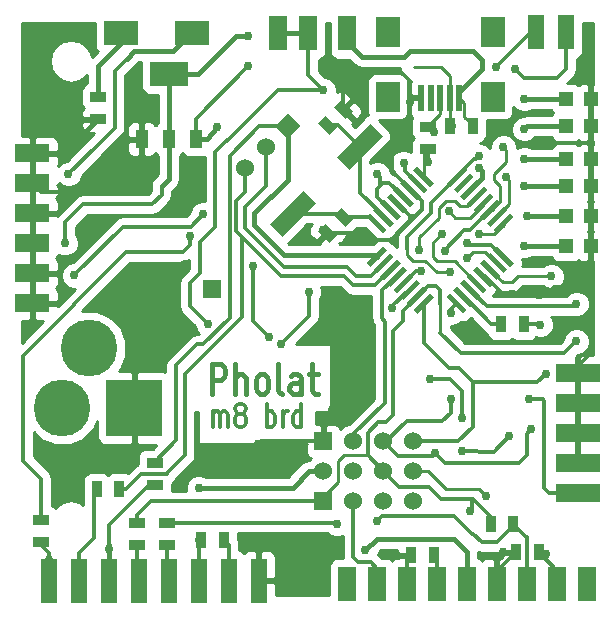
<source format=gtl>
G04 (created by PCBNEW (2013-mar-13)-testing) date nie, 20 paź 2013, 19:29:58*
%MOIN*%
G04 Gerber Fmt 3.4, Leading zero omitted, Abs format*
%FSLAX34Y34*%
G01*
G70*
G90*
G04 APERTURE LIST*
%ADD10C,0.005906*%
%ADD11C,0.014764*%
%ADD12C,0.015748*%
%ADD13R,0.055118X0.118110*%
%ADD14R,0.118110X0.059055*%
%ADD15R,0.059055X0.118110*%
%ADD16R,0.125984X0.078740*%
%ADD17R,0.039370X0.062992*%
%ADD18R,0.047200X0.047200*%
%ADD19C,0.060000*%
%ADD20R,0.150000X0.060000*%
%ADD21R,0.055000X0.035000*%
%ADD22R,0.035000X0.055000*%
%ADD23R,0.060000X0.060000*%
%ADD24R,0.055000X0.150000*%
%ADD25C,0.189000*%
%ADD26R,0.189000X0.189000*%
%ADD27R,0.019700X0.090600*%
%ADD28R,0.078700X0.098400*%
%ADD29R,0.118110X0.078740*%
%ADD30C,0.030000*%
%ADD31C,0.015000*%
%ADD32C,0.012000*%
%ADD33C,0.010000*%
G04 APERTURE END LIST*
G54D10*
G54D11*
X6685Y-13776D02*
X6685Y-13251D01*
X6685Y-13326D02*
X6713Y-13289D01*
X6769Y-13251D01*
X6853Y-13251D01*
X6910Y-13289D01*
X6938Y-13364D01*
X6938Y-13776D01*
X6938Y-13364D02*
X6966Y-13289D01*
X7022Y-13251D01*
X7106Y-13251D01*
X7163Y-13289D01*
X7191Y-13364D01*
X7191Y-13776D01*
X7556Y-13326D02*
X7500Y-13289D01*
X7472Y-13251D01*
X7444Y-13176D01*
X7444Y-13139D01*
X7472Y-13064D01*
X7500Y-13026D01*
X7556Y-12989D01*
X7669Y-12989D01*
X7725Y-13026D01*
X7753Y-13064D01*
X7781Y-13139D01*
X7781Y-13176D01*
X7753Y-13251D01*
X7725Y-13289D01*
X7669Y-13326D01*
X7556Y-13326D01*
X7500Y-13364D01*
X7472Y-13401D01*
X7444Y-13476D01*
X7444Y-13626D01*
X7472Y-13701D01*
X7500Y-13739D01*
X7556Y-13776D01*
X7669Y-13776D01*
X7725Y-13739D01*
X7753Y-13701D01*
X7781Y-13626D01*
X7781Y-13476D01*
X7753Y-13401D01*
X7725Y-13364D01*
X7669Y-13326D01*
X8484Y-13776D02*
X8484Y-12989D01*
X8484Y-13289D02*
X8541Y-13251D01*
X8653Y-13251D01*
X8709Y-13289D01*
X8737Y-13326D01*
X8766Y-13401D01*
X8766Y-13626D01*
X8737Y-13701D01*
X8709Y-13739D01*
X8653Y-13776D01*
X8541Y-13776D01*
X8484Y-13739D01*
X9019Y-13776D02*
X9019Y-13251D01*
X9019Y-13401D02*
X9047Y-13326D01*
X9075Y-13289D01*
X9131Y-13251D01*
X9187Y-13251D01*
X9637Y-13776D02*
X9637Y-12989D01*
X9637Y-13739D02*
X9581Y-13776D01*
X9469Y-13776D01*
X9412Y-13739D01*
X9384Y-13701D01*
X9356Y-13626D01*
X9356Y-13401D01*
X9384Y-13326D01*
X9412Y-13289D01*
X9469Y-13251D01*
X9581Y-13251D01*
X9637Y-13289D01*
G54D12*
X6655Y-12665D02*
X6655Y-11681D01*
X6955Y-11681D01*
X7030Y-11728D01*
X7067Y-11775D01*
X7105Y-11868D01*
X7105Y-12009D01*
X7067Y-12103D01*
X7030Y-12150D01*
X6955Y-12197D01*
X6655Y-12197D01*
X7442Y-12665D02*
X7442Y-11681D01*
X7780Y-12665D02*
X7780Y-12150D01*
X7742Y-12056D01*
X7667Y-12009D01*
X7555Y-12009D01*
X7480Y-12056D01*
X7442Y-12103D01*
X8267Y-12665D02*
X8192Y-12618D01*
X8155Y-12571D01*
X8117Y-12478D01*
X8117Y-12197D01*
X8155Y-12103D01*
X8192Y-12056D01*
X8267Y-12009D01*
X8380Y-12009D01*
X8455Y-12056D01*
X8492Y-12103D01*
X8530Y-12197D01*
X8530Y-12478D01*
X8492Y-12571D01*
X8455Y-12618D01*
X8380Y-12665D01*
X8267Y-12665D01*
X8980Y-12665D02*
X8905Y-12618D01*
X8867Y-12525D01*
X8867Y-11681D01*
X9617Y-12665D02*
X9617Y-12150D01*
X9580Y-12056D01*
X9505Y-12009D01*
X9355Y-12009D01*
X9280Y-12056D01*
X9617Y-12618D02*
X9542Y-12665D01*
X9355Y-12665D01*
X9280Y-12618D01*
X9242Y-12525D01*
X9242Y-12431D01*
X9280Y-12337D01*
X9355Y-12290D01*
X9542Y-12290D01*
X9617Y-12243D01*
X9879Y-12009D02*
X10179Y-12009D01*
X9992Y-11681D02*
X9992Y-12525D01*
X10029Y-12618D01*
X10104Y-12665D01*
X10179Y-12665D01*
G54D13*
X18461Y-620D03*
X17461Y-620D03*
G54D14*
X674Y-4645D03*
X674Y-5645D03*
X674Y-6645D03*
X674Y-7645D03*
X674Y-8645D03*
G54D15*
X19161Y-19020D03*
X18161Y-19020D03*
X17161Y-19020D03*
X16161Y-19020D03*
X15161Y-19020D03*
X14161Y-19020D03*
X13161Y-19020D03*
X12161Y-19020D03*
X11161Y-19020D03*
X8874Y-645D03*
X9874Y-645D03*
X11174Y-645D03*
G54D10*
G36*
X9012Y-7424D02*
X8594Y-7007D01*
X9708Y-5893D01*
X10126Y-6311D01*
X9012Y-7424D01*
X9012Y-7424D01*
G37*
G36*
X11239Y-5197D02*
X10822Y-4780D01*
X11935Y-3666D01*
X12353Y-4084D01*
X11239Y-5197D01*
X11239Y-5197D01*
G37*
G54D16*
X5224Y-2011D03*
G54D17*
X5224Y-4176D03*
X6129Y-4176D03*
X4318Y-4176D03*
G54D10*
G36*
X10968Y-2862D02*
X11357Y-3251D01*
X11109Y-3498D01*
X10720Y-3109D01*
X10968Y-2862D01*
X10968Y-2862D01*
G37*
G36*
X10438Y-3392D02*
X10827Y-3781D01*
X10579Y-4029D01*
X10190Y-3640D01*
X10438Y-3392D01*
X10438Y-3392D01*
G37*
G36*
X10579Y-7629D02*
X10190Y-7240D01*
X10438Y-6992D01*
X10827Y-7381D01*
X10579Y-7629D01*
X10579Y-7629D01*
G37*
G36*
X11109Y-7098D02*
X10720Y-6709D01*
X10968Y-6462D01*
X11357Y-6851D01*
X11109Y-7098D01*
X11109Y-7098D01*
G37*
G54D18*
X18461Y-6745D03*
X19287Y-6745D03*
X18461Y-5745D03*
X19287Y-5745D03*
X18461Y-4845D03*
X19287Y-4845D03*
X18461Y-3745D03*
X19287Y-3745D03*
X18461Y-2845D03*
X19287Y-2845D03*
X18461Y-7745D03*
X19287Y-7745D03*
G54D10*
G36*
X11819Y-6762D02*
X11944Y-6637D01*
X12501Y-7193D01*
X12376Y-7318D01*
X11819Y-6762D01*
X11819Y-6762D01*
G37*
G36*
X12042Y-6539D02*
X12167Y-6414D01*
X12724Y-6970D01*
X12598Y-7095D01*
X12042Y-6539D01*
X12042Y-6539D01*
G37*
G36*
X12265Y-6316D02*
X12390Y-6191D01*
X12946Y-6748D01*
X12821Y-6873D01*
X12265Y-6316D01*
X12265Y-6316D01*
G37*
G36*
X12487Y-6093D02*
X12613Y-5968D01*
X13169Y-6525D01*
X13044Y-6650D01*
X12487Y-6093D01*
X12487Y-6093D01*
G37*
G36*
X12710Y-5871D02*
X12835Y-5746D01*
X13392Y-6302D01*
X13267Y-6427D01*
X12710Y-5871D01*
X12710Y-5871D01*
G37*
G36*
X12933Y-5648D02*
X13058Y-5523D01*
X13614Y-6079D01*
X13489Y-6204D01*
X12933Y-5648D01*
X12933Y-5648D01*
G37*
G36*
X13156Y-5425D02*
X13281Y-5300D01*
X13837Y-5857D01*
X13712Y-5982D01*
X13156Y-5425D01*
X13156Y-5425D01*
G37*
G36*
X13378Y-5203D02*
X13503Y-5077D01*
X14060Y-5634D01*
X13935Y-5759D01*
X13378Y-5203D01*
X13378Y-5203D01*
G37*
G36*
X16040Y-7867D02*
X16165Y-7742D01*
X16722Y-8298D01*
X16596Y-8423D01*
X16040Y-7867D01*
X16040Y-7867D01*
G37*
G36*
X14477Y-9430D02*
X14602Y-9304D01*
X15159Y-9861D01*
X15034Y-9986D01*
X14477Y-9430D01*
X14477Y-9430D01*
G37*
G36*
X14703Y-9203D02*
X14829Y-9078D01*
X15385Y-9635D01*
X15260Y-9760D01*
X14703Y-9203D01*
X14703Y-9203D01*
G37*
G36*
X14930Y-8977D02*
X15055Y-8852D01*
X15611Y-9408D01*
X15486Y-9534D01*
X14930Y-8977D01*
X14930Y-8977D01*
G37*
G36*
X15149Y-8758D02*
X15274Y-8633D01*
X15831Y-9189D01*
X15705Y-9314D01*
X15149Y-8758D01*
X15149Y-8758D01*
G37*
G36*
X15375Y-8532D02*
X15500Y-8406D01*
X16057Y-8963D01*
X15932Y-9088D01*
X15375Y-8532D01*
X15375Y-8532D01*
G37*
G36*
X15594Y-8312D02*
X15720Y-8187D01*
X16276Y-8744D01*
X16151Y-8869D01*
X15594Y-8312D01*
X15594Y-8312D01*
G37*
G36*
X15821Y-8086D02*
X15946Y-7961D01*
X16502Y-8517D01*
X16377Y-8643D01*
X15821Y-8086D01*
X15821Y-8086D01*
G37*
G36*
X14490Y-5631D02*
X15046Y-5075D01*
X15172Y-5200D01*
X14615Y-5756D01*
X14490Y-5631D01*
X14490Y-5631D01*
G37*
G36*
X14712Y-5853D02*
X15268Y-5297D01*
X15394Y-5422D01*
X14837Y-5978D01*
X14712Y-5853D01*
X14712Y-5853D01*
G37*
G36*
X14935Y-6077D02*
X15492Y-5520D01*
X15617Y-5645D01*
X15061Y-6202D01*
X14935Y-6077D01*
X14935Y-6077D01*
G37*
G36*
X15157Y-6299D02*
X15714Y-5742D01*
X15839Y-5867D01*
X15283Y-6424D01*
X15157Y-6299D01*
X15157Y-6299D01*
G37*
G36*
X15381Y-6522D02*
X15937Y-5965D01*
X16062Y-6091D01*
X15506Y-6647D01*
X15381Y-6522D01*
X15381Y-6522D01*
G37*
G36*
X15603Y-6744D02*
X16159Y-6188D01*
X16285Y-6313D01*
X15728Y-6869D01*
X15603Y-6744D01*
X15603Y-6744D01*
G37*
G36*
X15826Y-6967D02*
X16383Y-6411D01*
X16508Y-6536D01*
X15951Y-7093D01*
X15826Y-6967D01*
X15826Y-6967D01*
G37*
G36*
X16048Y-7189D02*
X16605Y-6633D01*
X16730Y-6758D01*
X16174Y-7315D01*
X16048Y-7189D01*
X16048Y-7189D01*
G37*
G36*
X11818Y-8305D02*
X12375Y-7749D01*
X12500Y-7874D01*
X11944Y-8430D01*
X11818Y-8305D01*
X11818Y-8305D01*
G37*
G36*
X12038Y-8525D02*
X12594Y-7968D01*
X12719Y-8093D01*
X12163Y-8650D01*
X12038Y-8525D01*
X12038Y-8525D01*
G37*
G36*
X12264Y-8751D02*
X12820Y-8194D01*
X12946Y-8319D01*
X12389Y-8876D01*
X12264Y-8751D01*
X12264Y-8751D01*
G37*
G36*
X12483Y-8970D02*
X13040Y-8413D01*
X13165Y-8539D01*
X12608Y-9095D01*
X12483Y-8970D01*
X12483Y-8970D01*
G37*
G36*
X12702Y-9189D02*
X13259Y-8633D01*
X13384Y-8758D01*
X12827Y-9314D01*
X12702Y-9189D01*
X12702Y-9189D01*
G37*
G36*
X12929Y-9415D02*
X13485Y-8859D01*
X13610Y-8984D01*
X13054Y-9541D01*
X12929Y-9415D01*
X12929Y-9415D01*
G37*
G36*
X13155Y-9642D02*
X13711Y-9085D01*
X13837Y-9210D01*
X13280Y-9767D01*
X13155Y-9642D01*
X13155Y-9642D01*
G37*
G36*
X13381Y-9868D02*
X13938Y-9312D01*
X14063Y-9437D01*
X13506Y-9993D01*
X13381Y-9868D01*
X13381Y-9868D01*
G37*
G36*
X9181Y-3314D02*
X9605Y-3738D01*
X9181Y-4162D01*
X8756Y-3738D01*
X9181Y-3314D01*
X9181Y-3314D01*
G37*
G54D19*
X8474Y-4445D03*
X7766Y-5152D03*
G54D20*
X18861Y-15970D03*
X18861Y-11970D03*
X18861Y-13970D03*
X18861Y-12970D03*
X18861Y-14970D03*
G54D21*
X2874Y-2770D03*
X2874Y-3520D03*
X5174Y-16970D03*
X5174Y-17720D03*
X4174Y-16970D03*
X4174Y-17720D03*
X4749Y-14970D03*
X4749Y-15720D03*
G54D22*
X3574Y-15845D03*
X2824Y-15845D03*
G54D21*
X974Y-16870D03*
X974Y-17620D03*
G54D22*
X7049Y-17545D03*
X6299Y-17545D03*
G54D21*
X13874Y-4520D03*
X13874Y-3770D03*
G54D22*
X14599Y-3745D03*
X15349Y-3745D03*
G54D23*
X10374Y-14245D03*
G54D19*
X10374Y-15245D03*
X11374Y-14245D03*
X11374Y-15245D03*
X12374Y-14245D03*
X12374Y-15245D03*
X13374Y-14245D03*
X13374Y-15245D03*
G54D22*
X17049Y-10345D03*
X16299Y-10345D03*
G54D24*
X1224Y-18897D03*
X2224Y-18897D03*
X3224Y-18897D03*
X4224Y-18897D03*
X5224Y-18897D03*
X6224Y-18897D03*
X7224Y-18897D03*
X8224Y-18897D03*
G54D25*
X1674Y-13145D03*
G54D26*
X4074Y-13145D03*
G54D25*
X2574Y-11145D03*
G54D23*
X6649Y-9170D03*
X10374Y-16245D03*
G54D19*
X11374Y-16245D03*
X12374Y-16245D03*
X13374Y-16245D03*
G54D14*
X674Y-9645D03*
G54D27*
X14904Y-2803D03*
X14589Y-2803D03*
X14274Y-2803D03*
X13959Y-2803D03*
X13644Y-2803D03*
G54D28*
X16026Y-2764D03*
X16026Y-599D03*
X12522Y-2764D03*
X12522Y-599D03*
G54D22*
X16799Y-17945D03*
X17549Y-17945D03*
X13299Y-18045D03*
X14049Y-18045D03*
X15949Y-17020D03*
X16699Y-17020D03*
G54D29*
X3642Y-645D03*
X6005Y-645D03*
G54D30*
X11774Y-17870D03*
X6224Y-15795D03*
X6224Y-17545D03*
X1774Y-7645D03*
X7874Y-745D03*
X15174Y-18670D03*
X7874Y-1745D03*
X6814Y-3765D03*
X14324Y-7345D03*
X13624Y-8570D03*
X15174Y-8145D03*
X15174Y-7645D03*
X15574Y-7345D03*
X16474Y-5445D03*
X9899Y-9270D03*
X8974Y-10995D03*
X14424Y-7895D03*
X16374Y-4445D03*
X8024Y-8420D03*
X8549Y-10770D03*
X14549Y-6570D03*
X16141Y-1778D03*
X13874Y-4945D03*
X15574Y-5145D03*
X15799Y-16070D03*
X14599Y-8620D03*
X15574Y-4745D03*
X16774Y-1845D03*
X17786Y-11995D03*
X15261Y-16570D03*
X18811Y-10920D03*
X5924Y-7420D03*
X13049Y-4970D03*
X1874Y-5345D03*
X13574Y-7870D03*
X17311Y-13845D03*
X10824Y-16995D03*
X14624Y-12845D03*
X14624Y-9970D03*
X14099Y-14645D03*
X12674Y-9820D03*
X10661Y-13220D03*
X5799Y-8345D03*
X10349Y-7195D03*
X8199Y-14345D03*
X17561Y-9370D03*
X8224Y-18897D03*
X16374Y-17945D03*
X13174Y-19145D03*
X16149Y-19120D03*
X16674Y-9345D03*
X2074Y-5945D03*
X4474Y-3445D03*
X13274Y-2945D03*
X17074Y-3845D03*
X17074Y-2845D03*
X17074Y-7745D03*
X5199Y-18395D03*
X17074Y-4845D03*
X17174Y-6745D03*
X17074Y-5745D03*
X18811Y-9670D03*
X17974Y-8745D03*
X17799Y-18020D03*
X14674Y-3745D03*
X14074Y-3945D03*
X4199Y-18470D03*
X1224Y-18220D03*
X2249Y-18445D03*
X3224Y-17846D03*
X12174Y-16920D03*
X14174Y-18720D03*
X6374Y-6670D03*
X2074Y-8720D03*
X16574Y-14079D03*
X17236Y-12845D03*
X17611Y-10370D03*
X6524Y-10345D03*
X13924Y-12170D03*
X14999Y-14570D03*
X14999Y-13470D03*
X12174Y-5345D03*
X10374Y-2545D03*
G54D31*
X5224Y-2011D02*
X6208Y-2011D01*
X7474Y-745D02*
X7874Y-745D01*
X6208Y-2011D02*
X7474Y-745D01*
X15174Y-19145D02*
X15174Y-17945D01*
X12149Y-17495D02*
X11774Y-17870D01*
X14724Y-17495D02*
X12149Y-17495D01*
X15174Y-17945D02*
X14724Y-17495D01*
X11774Y-17870D02*
X11799Y-17845D01*
X11799Y-17845D02*
X11799Y-17845D01*
X11799Y-17845D02*
X11799Y-17845D01*
X10374Y-15245D02*
X9899Y-15245D01*
X9899Y-15245D02*
X9349Y-15795D01*
X9349Y-15795D02*
X6224Y-15795D01*
X6224Y-17545D02*
X6299Y-17545D01*
G54D32*
X6224Y-18897D02*
X6224Y-17620D01*
X6224Y-17620D02*
X6299Y-17545D01*
X4983Y-5745D02*
X4983Y-6036D01*
X4983Y-6036D02*
X4674Y-6345D01*
X4674Y-6345D02*
X2374Y-6345D01*
X2374Y-6345D02*
X1774Y-6945D01*
X1774Y-6945D02*
X1774Y-7645D01*
G54D31*
X5224Y-4176D02*
X5224Y-5504D01*
X5224Y-5504D02*
X4983Y-5745D01*
X5224Y-4176D02*
X5224Y-2011D01*
G54D32*
X6129Y-4176D02*
X6129Y-3490D01*
X6129Y-3490D02*
X7874Y-1745D01*
G54D31*
X6129Y-4176D02*
X6505Y-4176D01*
X6505Y-4176D02*
X6814Y-3765D01*
G54D33*
X14749Y-8245D02*
X14149Y-8245D01*
X14024Y-8120D02*
X14024Y-7645D01*
X14149Y-8245D02*
X14024Y-8120D01*
X14274Y-7395D02*
X14224Y-7395D01*
G54D32*
X14274Y-7395D02*
X14324Y-7345D01*
G54D33*
X14224Y-7395D02*
X14024Y-7645D01*
X15490Y-8974D02*
X15477Y-8974D01*
X15477Y-8974D02*
X14749Y-8245D01*
G54D32*
X15044Y-9419D02*
X15047Y-9419D01*
X15974Y-10345D02*
X16299Y-10345D01*
X15047Y-9419D02*
X15974Y-10345D01*
X11374Y-14245D02*
X11374Y-14020D01*
X12324Y-9220D02*
X12824Y-8754D01*
X12424Y-12970D02*
X12424Y-10270D01*
X12424Y-10270D02*
X12324Y-10145D01*
X12324Y-10145D02*
X12324Y-9220D01*
X11374Y-14020D02*
X12424Y-12970D01*
X13070Y-8974D02*
X13043Y-8974D01*
X13624Y-8570D02*
X13474Y-8570D01*
X13424Y-8620D02*
X13070Y-8974D01*
X13474Y-8570D02*
X13424Y-8620D01*
G54D33*
X16161Y-8302D02*
X16130Y-8302D01*
X15374Y-7945D02*
X15174Y-8145D01*
X15774Y-7945D02*
X15374Y-7945D01*
X16130Y-8302D02*
X15774Y-7945D01*
G54D32*
X16381Y-8083D02*
X16324Y-8083D01*
X15248Y-7720D02*
X15174Y-7645D01*
X15961Y-7720D02*
X15248Y-7720D01*
X16324Y-8083D02*
X15961Y-7720D01*
G54D33*
X16389Y-6974D02*
X16389Y-7030D01*
X16074Y-7345D02*
X15574Y-7345D01*
X16389Y-7030D02*
X16074Y-7345D01*
X16167Y-6752D02*
X16167Y-6752D01*
X16574Y-5545D02*
X16474Y-5445D01*
X16574Y-6345D02*
X16574Y-5545D01*
X16167Y-6752D02*
X16574Y-6345D01*
G54D32*
X9899Y-10070D02*
X9899Y-9270D01*
X8974Y-10995D02*
X9899Y-10070D01*
X15940Y-6528D02*
X15944Y-6528D01*
X14424Y-7895D02*
X14449Y-7870D01*
X14449Y-7870D02*
X14424Y-7870D01*
X14424Y-7870D02*
X15074Y-7220D01*
X15074Y-7220D02*
X15249Y-7220D01*
X15249Y-7220D02*
X15940Y-6528D01*
G54D33*
X16474Y-4545D02*
X16374Y-4445D01*
X15944Y-6528D02*
X15990Y-6528D01*
X16474Y-4945D02*
X16474Y-4545D01*
X16074Y-5345D02*
X16474Y-4945D01*
X16074Y-5545D02*
X16074Y-5345D01*
X16274Y-5745D02*
X16074Y-5545D01*
X16274Y-6245D02*
X16274Y-5745D01*
X15990Y-6528D02*
X16274Y-6245D01*
X15722Y-6306D02*
X15722Y-6322D01*
X14774Y-6795D02*
X14549Y-6570D01*
X15249Y-6795D02*
X14774Y-6795D01*
X15722Y-6322D02*
X15249Y-6795D01*
G54D32*
X8024Y-10245D02*
X8024Y-8420D01*
X8549Y-10770D02*
X8024Y-10245D01*
X7249Y-5020D02*
X7249Y-4732D01*
X7249Y-4732D02*
X8243Y-3738D01*
X7249Y-6320D02*
X7249Y-5020D01*
X4749Y-14970D02*
X4749Y-14932D01*
X6361Y-11020D02*
X7249Y-10132D01*
X6161Y-11020D02*
X6361Y-11020D01*
X5461Y-11720D02*
X6161Y-11020D01*
X5461Y-14220D02*
X5461Y-11720D01*
X4749Y-14932D02*
X5461Y-14220D01*
X8243Y-3738D02*
X9181Y-3738D01*
X7249Y-10132D02*
X7249Y-6320D01*
G54D31*
X12115Y-8045D02*
X12159Y-8090D01*
X9181Y-3738D02*
X9181Y-5538D01*
X9181Y-5538D02*
X8074Y-6645D01*
X8074Y-6645D02*
X8074Y-7045D01*
X8074Y-7045D02*
X9074Y-8045D01*
X9074Y-8045D02*
X12115Y-8045D01*
G54D32*
X17461Y-620D02*
X17299Y-620D01*
X17299Y-620D02*
X16141Y-1778D01*
X13874Y-4945D02*
X13874Y-4520D01*
G54D33*
X13719Y-5418D02*
X13719Y-4675D01*
X13719Y-4675D02*
X13874Y-4520D01*
G54D31*
X15674Y-5464D02*
X15276Y-5861D01*
X15674Y-5245D02*
X15674Y-5464D01*
X15574Y-5145D02*
X15674Y-5245D01*
G54D33*
X13774Y-8245D02*
X13374Y-8245D01*
X13174Y-8045D02*
X13174Y-7845D01*
X13374Y-8245D02*
X13174Y-8045D01*
X14599Y-8620D02*
X14149Y-8620D01*
X14149Y-8620D02*
X13774Y-8245D01*
G54D32*
X13174Y-7445D02*
X13174Y-7845D01*
X13974Y-6645D02*
X13174Y-7445D01*
X13974Y-6295D02*
X13974Y-6645D01*
X14831Y-5438D02*
X13974Y-6295D01*
X14831Y-5415D02*
X14831Y-5438D01*
G54D33*
X15574Y-15845D02*
X15799Y-16070D01*
X14449Y-15845D02*
X15574Y-15845D01*
X13849Y-15245D02*
X14449Y-15845D01*
X13374Y-15245D02*
X13849Y-15245D01*
G54D32*
X18474Y-545D02*
X18474Y-1845D01*
X15401Y-4845D02*
X14831Y-5415D01*
X15474Y-4845D02*
X15401Y-4845D01*
X15574Y-4745D02*
X15474Y-4845D01*
X17074Y-2145D02*
X16774Y-1845D01*
X18174Y-2145D02*
X17074Y-2145D01*
X18474Y-1845D02*
X18174Y-2145D01*
X17511Y-12270D02*
X15349Y-12270D01*
X17786Y-11995D02*
X17511Y-12270D01*
X14599Y-11820D02*
X14574Y-11820D01*
X13722Y-10969D02*
X13722Y-9652D01*
X14574Y-11820D02*
X13722Y-10969D01*
X15349Y-12370D02*
X15349Y-12270D01*
X15349Y-12270D02*
X14899Y-11820D01*
X15349Y-12370D02*
X15349Y-13770D01*
X14599Y-11820D02*
X14899Y-11820D01*
X15349Y-13770D02*
X14874Y-14245D01*
X14874Y-14245D02*
X13374Y-14245D01*
X12174Y-19145D02*
X12174Y-18495D01*
X11374Y-18120D02*
X11374Y-17245D01*
X11374Y-17245D02*
X11374Y-16245D01*
X11524Y-18270D02*
X11374Y-18120D01*
X11949Y-18270D02*
X11524Y-18270D01*
X12174Y-18495D02*
X11949Y-18270D01*
X15336Y-16495D02*
X15336Y-16170D01*
X15261Y-16570D02*
X15336Y-16495D01*
X17611Y-11320D02*
X14961Y-11320D01*
X14961Y-11320D02*
X14274Y-10633D01*
X18411Y-11320D02*
X17611Y-11320D01*
X18811Y-10920D02*
X18411Y-11320D01*
G54D33*
X14274Y-10633D02*
X14274Y-9670D01*
X10374Y-16245D02*
X10374Y-16095D01*
X11074Y-14720D02*
X11849Y-14720D01*
X10874Y-14920D02*
X11074Y-14720D01*
X10874Y-15595D02*
X10874Y-14920D01*
X10374Y-16095D02*
X10874Y-15595D01*
G54D32*
X13496Y-9426D02*
X13493Y-9426D01*
X13493Y-9426D02*
X13024Y-9895D01*
X13024Y-9895D02*
X13024Y-10245D01*
X13024Y-10245D02*
X12699Y-10570D01*
X12699Y-10570D02*
X12699Y-13370D01*
X12699Y-13370D02*
X12449Y-13620D01*
X12449Y-13620D02*
X12199Y-13620D01*
X12199Y-13620D02*
X11849Y-13970D01*
X11849Y-13970D02*
X11849Y-14720D01*
X11849Y-14720D02*
X12374Y-15245D01*
X15949Y-17020D02*
X15949Y-16770D01*
X12899Y-15770D02*
X12374Y-15245D01*
X13899Y-15770D02*
X12899Y-15770D01*
X14299Y-16170D02*
X13899Y-15770D01*
X15349Y-16170D02*
X15336Y-16170D01*
X15336Y-16170D02*
X14299Y-16170D01*
X15949Y-16770D02*
X15349Y-16170D01*
X13852Y-9070D02*
X13496Y-9426D01*
X14124Y-9070D02*
X13852Y-9070D01*
X14274Y-9220D02*
X14124Y-9070D01*
X14274Y-9670D02*
X14274Y-9220D01*
X4174Y-16695D02*
X4174Y-16970D01*
X10374Y-16245D02*
X4624Y-16245D01*
X4624Y-16245D02*
X4174Y-16695D01*
X5692Y-7927D02*
X5924Y-7695D01*
X5924Y-7695D02*
X5924Y-7420D01*
X5649Y-7927D02*
X5692Y-7927D01*
X974Y-16870D02*
X974Y-15495D01*
X13099Y-5243D02*
X13496Y-5641D01*
X13049Y-4970D02*
X13099Y-5020D01*
X13099Y-5020D02*
X13099Y-5243D01*
X5624Y-7945D02*
X5649Y-7927D01*
X3799Y-7945D02*
X5624Y-7945D01*
X2074Y-9670D02*
X3799Y-7945D01*
X2074Y-9695D02*
X2074Y-9670D01*
X374Y-11395D02*
X2074Y-9695D01*
X374Y-14895D02*
X374Y-11395D01*
X974Y-15495D02*
X374Y-14895D01*
G54D31*
X5774Y-845D02*
X5374Y-1245D01*
G54D32*
X2824Y-4395D02*
X3424Y-3795D01*
X3424Y-3795D02*
X3424Y-1895D01*
X3424Y-1895D02*
X3824Y-1495D01*
X1874Y-5345D02*
X2824Y-4395D01*
G54D31*
X4074Y-1245D02*
X3824Y-1495D01*
X5374Y-1245D02*
X4074Y-1245D01*
G54D33*
X13574Y-7870D02*
X13574Y-7445D01*
X14224Y-6795D02*
X14224Y-6770D01*
X13574Y-7445D02*
X14224Y-6795D01*
X15161Y-6420D02*
X15498Y-6083D01*
X14224Y-6770D02*
X14224Y-6470D01*
X14224Y-6470D02*
X14449Y-6245D01*
X14449Y-6245D02*
X14749Y-6245D01*
X14749Y-6245D02*
X14924Y-6420D01*
X14924Y-6420D02*
X15161Y-6420D01*
G54D32*
X5161Y-15345D02*
X5161Y-15320D01*
X5761Y-12020D02*
X7674Y-10107D01*
X5761Y-14720D02*
X5761Y-12020D01*
X5161Y-15320D02*
X5761Y-14720D01*
X3574Y-15845D02*
X3799Y-15845D01*
X7766Y-5152D02*
X7766Y-5952D01*
X12095Y-9045D02*
X12605Y-8535D01*
X11374Y-9045D02*
X12095Y-9045D01*
X11074Y-8745D02*
X11374Y-9045D01*
X8974Y-8745D02*
X11074Y-8745D01*
X7474Y-7245D02*
X8974Y-8745D01*
X7474Y-6245D02*
X7474Y-7245D01*
X7766Y-5952D02*
X7474Y-6245D01*
X7674Y-7445D02*
X7474Y-7245D01*
X7674Y-10107D02*
X7674Y-7445D01*
X4299Y-15345D02*
X5161Y-15345D01*
X3799Y-15845D02*
X4299Y-15345D01*
X16761Y-14970D02*
X16911Y-14970D01*
X16911Y-14970D02*
X17161Y-14720D01*
X17311Y-13845D02*
X17161Y-13995D01*
X17161Y-13995D02*
X17161Y-14720D01*
X16761Y-14970D02*
X14423Y-14970D01*
X14423Y-14970D02*
X14099Y-14645D01*
X5174Y-16970D02*
X10799Y-16970D01*
X10799Y-16970D02*
X10824Y-16995D01*
X12374Y-14245D02*
X12474Y-14245D01*
X12474Y-14245D02*
X13149Y-13570D01*
X13149Y-13570D02*
X14324Y-13570D01*
X14324Y-13570D02*
X14624Y-13295D01*
X14624Y-13295D02*
X14624Y-12845D01*
X14624Y-9970D02*
X14568Y-9915D01*
X14568Y-9915D02*
X14818Y-9645D01*
X12874Y-14745D02*
X12374Y-14245D01*
G54D33*
X14024Y-14720D02*
X14024Y-14745D01*
X14099Y-14645D02*
X14024Y-14720D01*
G54D32*
X14024Y-14745D02*
X12874Y-14745D01*
G54D33*
X12699Y-9795D02*
X12699Y-9720D01*
X12674Y-9820D02*
X12699Y-9795D01*
G54D32*
X13269Y-9200D02*
X13219Y-9200D01*
X13219Y-9200D02*
X12699Y-9720D01*
X19287Y-11319D02*
X19287Y-8232D01*
X18861Y-11745D02*
X19287Y-11319D01*
X18861Y-11970D02*
X18861Y-11745D01*
X18861Y-12970D02*
X18861Y-11970D01*
X18861Y-13970D02*
X18861Y-12970D01*
X18861Y-14970D02*
X18861Y-13970D01*
X4861Y-9261D02*
X4883Y-9261D01*
X4883Y-9261D02*
X5799Y-8345D01*
X4074Y-10320D02*
X4074Y-10048D01*
X4074Y-10048D02*
X4861Y-9261D01*
X10374Y-14245D02*
X10374Y-13507D01*
X10374Y-13507D02*
X10661Y-13220D01*
X17561Y-9370D02*
X17811Y-9370D01*
X17811Y-9370D02*
X18061Y-9120D01*
X18061Y-9120D02*
X18399Y-9120D01*
X18399Y-9120D02*
X19287Y-8232D01*
X17561Y-9370D02*
X16698Y-9370D01*
X16698Y-9370D02*
X16674Y-9345D01*
G54D31*
X674Y-4645D02*
X1749Y-4645D01*
X1749Y-4645D02*
X2874Y-3520D01*
G54D32*
X4074Y-13145D02*
X4074Y-10320D01*
X10349Y-7195D02*
X10464Y-7310D01*
X10464Y-7310D02*
X10508Y-7310D01*
X10374Y-14245D02*
X8299Y-14245D01*
X8299Y-14245D02*
X8199Y-14345D01*
X16799Y-17945D02*
X16374Y-17945D01*
X13299Y-18045D02*
X13174Y-18170D01*
X13174Y-19145D02*
X13174Y-18170D01*
X16149Y-19120D02*
X16174Y-19145D01*
X2074Y-5945D02*
X974Y-5945D01*
X974Y-5945D02*
X674Y-5645D01*
X19287Y-8232D02*
X19287Y-7745D01*
X15776Y-8747D02*
X16374Y-9345D01*
X16374Y-9345D02*
X16674Y-9345D01*
X15716Y-8747D02*
X15776Y-8747D01*
X10508Y-7310D02*
X11739Y-7310D01*
X11739Y-7310D02*
X11974Y-7545D01*
X11974Y-7545D02*
X12674Y-7545D01*
X12674Y-7545D02*
X13474Y-6745D01*
X13274Y-5864D02*
X13292Y-5864D01*
X13264Y-6745D02*
X12828Y-6309D01*
X13474Y-6745D02*
X13264Y-6745D01*
X13674Y-6545D02*
X13474Y-6745D01*
X13674Y-6245D02*
X13674Y-6545D01*
X13292Y-5864D02*
X13674Y-6245D01*
G54D31*
X674Y-8645D02*
X674Y-9645D01*
X674Y-7645D02*
X674Y-8645D01*
X674Y-6645D02*
X674Y-7645D01*
X674Y-5645D02*
X674Y-6645D01*
X674Y-4645D02*
X674Y-5645D01*
X2274Y-5745D02*
X3565Y-5745D01*
X2074Y-5945D02*
X2274Y-5745D01*
X3565Y-5745D02*
X3574Y-5745D01*
X3574Y-5745D02*
X4318Y-5001D01*
X4318Y-5001D02*
X4318Y-4176D01*
X4318Y-4176D02*
X4318Y-3601D01*
X4318Y-3601D02*
X4474Y-3445D01*
G54D32*
X16174Y-19145D02*
X16174Y-18570D01*
X16174Y-18570D02*
X16799Y-17945D01*
X11039Y-3180D02*
X11039Y-2680D01*
X13274Y-2245D02*
X13274Y-2945D01*
X12874Y-1845D02*
X13274Y-2245D01*
X11874Y-1845D02*
X12874Y-1845D01*
X11039Y-2680D02*
X11874Y-1845D01*
X13274Y-5864D02*
X13274Y-5845D01*
X13274Y-3845D02*
X13274Y-2945D01*
X12674Y-4445D02*
X13274Y-3845D01*
X12674Y-5245D02*
X12674Y-4445D01*
X13274Y-5845D02*
X12674Y-5245D01*
G54D31*
X19287Y-6745D02*
X19287Y-7745D01*
X19287Y-5745D02*
X19287Y-6745D01*
X19287Y-4845D02*
X19287Y-5745D01*
X19287Y-3745D02*
X19287Y-4845D01*
X19287Y-2845D02*
X19287Y-3745D01*
G54D32*
X13644Y-2803D02*
X13316Y-2803D01*
X13274Y-2845D02*
X13274Y-2945D01*
X13316Y-2803D02*
X13274Y-2845D01*
X7224Y-18897D02*
X7224Y-17721D01*
X7224Y-17721D02*
X7049Y-17545D01*
G54D31*
X18461Y-3745D02*
X17174Y-3745D01*
X17174Y-3745D02*
X17074Y-3845D01*
X18461Y-2845D02*
X17074Y-2845D01*
X2874Y-2770D02*
X2874Y-1745D01*
X2874Y-1745D02*
X3774Y-845D01*
X18461Y-7745D02*
X17074Y-7745D01*
X14824Y-1245D02*
X13274Y-1245D01*
X13274Y-1245D02*
X13174Y-1345D01*
X11174Y-645D02*
X11174Y-945D01*
X14904Y-2615D02*
X14904Y-2803D01*
X15674Y-1845D02*
X14904Y-2615D01*
X15674Y-1545D02*
X15674Y-1845D01*
X15374Y-1245D02*
X15674Y-1545D01*
X14824Y-1245D02*
X15374Y-1245D01*
X13074Y-1445D02*
X13174Y-1345D01*
X11674Y-1445D02*
X13074Y-1445D01*
X11174Y-945D02*
X11674Y-1445D01*
G54D33*
X15349Y-3745D02*
X15349Y-3720D01*
X15074Y-2973D02*
X14904Y-2803D01*
X15074Y-3445D02*
X15074Y-2973D01*
X15349Y-3720D02*
X15074Y-3445D01*
G54D32*
X5174Y-17720D02*
X5174Y-18847D01*
X5174Y-18847D02*
X5224Y-18897D01*
X5224Y-18421D02*
X5224Y-18897D01*
X5199Y-18395D02*
X5224Y-18421D01*
G54D31*
X18461Y-4845D02*
X17074Y-4845D01*
G54D32*
X12378Y-8309D02*
X12378Y-8340D01*
X8474Y-5745D02*
X8474Y-4445D01*
X7774Y-6445D02*
X8474Y-5745D01*
X7774Y-7145D02*
X7774Y-6445D01*
X9074Y-8445D02*
X7774Y-7145D01*
X11174Y-8445D02*
X9074Y-8445D01*
X11474Y-8745D02*
X11174Y-8445D01*
X11974Y-8745D02*
X11474Y-8745D01*
X12378Y-8340D02*
X11974Y-8745D01*
G54D31*
X18461Y-6745D02*
X17174Y-6745D01*
X18461Y-5745D02*
X17074Y-5745D01*
G54D32*
X15823Y-9745D02*
X18736Y-9745D01*
X18736Y-9745D02*
X18811Y-9670D01*
X15823Y-9745D02*
X15271Y-9193D01*
G54D33*
X16352Y-8945D02*
X15935Y-8528D01*
X16674Y-8945D02*
X16352Y-8945D01*
X16874Y-8745D02*
X16674Y-8945D01*
X17974Y-8745D02*
X16874Y-8745D01*
G54D32*
X11039Y-6780D02*
X11963Y-6780D01*
X11963Y-6780D02*
X12160Y-6977D01*
X9360Y-6659D02*
X10917Y-6659D01*
X10917Y-6659D02*
X11039Y-6780D01*
X12383Y-6755D02*
X12383Y-6754D01*
X11587Y-5959D02*
X11587Y-4432D01*
X12383Y-6754D02*
X11587Y-5959D01*
X10508Y-3710D02*
X10866Y-3710D01*
X10866Y-3710D02*
X11587Y-4432D01*
X17549Y-17945D02*
X17724Y-17945D01*
X17724Y-17945D02*
X17799Y-18020D01*
X18174Y-19145D02*
X18174Y-18570D01*
X18174Y-18570D02*
X17549Y-17945D01*
G54D33*
X14589Y-2803D02*
X14589Y-2060D01*
X14309Y-1780D02*
X13408Y-1780D01*
X14589Y-2060D02*
X14309Y-1780D01*
X14674Y-3745D02*
X14599Y-3745D01*
X14599Y-3745D02*
X14599Y-2813D01*
X14599Y-2813D02*
X14589Y-2803D01*
G54D32*
X13874Y-3770D02*
X13899Y-3770D01*
X13899Y-3770D02*
X14074Y-3945D01*
G54D33*
X13874Y-3770D02*
X13874Y-3745D01*
X14274Y-3345D02*
X14274Y-2803D01*
X13874Y-3745D02*
X14274Y-3345D01*
G54D32*
X4174Y-17720D02*
X4174Y-18847D01*
X4174Y-18847D02*
X4224Y-18897D01*
X4224Y-18496D02*
X4224Y-18897D01*
X4199Y-18470D02*
X4224Y-18496D01*
X974Y-17620D02*
X974Y-17720D01*
X1224Y-17971D02*
X1224Y-18897D01*
X974Y-17720D02*
X1224Y-17971D01*
X1224Y-18221D02*
X1224Y-18897D01*
X1224Y-18220D02*
X1224Y-18221D01*
X2224Y-18897D02*
X2224Y-17970D01*
X2224Y-17970D02*
X2724Y-17470D01*
X2224Y-18470D02*
X2224Y-18897D01*
X2249Y-18445D02*
X2224Y-18470D01*
X2724Y-15945D02*
X2824Y-15845D01*
X2724Y-17470D02*
X2724Y-15945D01*
X3224Y-17845D02*
X3224Y-17846D01*
X3224Y-18897D02*
X3224Y-17845D01*
X3224Y-17845D02*
X3224Y-17045D01*
X4549Y-15720D02*
X4749Y-15720D01*
X3224Y-17045D02*
X4549Y-15720D01*
X3274Y-17720D02*
X3274Y-18848D01*
X3274Y-18848D02*
X3224Y-18897D01*
G54D31*
X12124Y-16920D02*
X12174Y-16920D01*
G54D32*
X15374Y-17345D02*
X15324Y-17345D01*
X16699Y-17070D02*
X16149Y-17620D01*
X16149Y-17620D02*
X15649Y-17620D01*
X15649Y-17620D02*
X15374Y-17345D01*
X16699Y-17020D02*
X16699Y-17070D01*
X12124Y-16920D02*
X12149Y-16920D01*
X12324Y-16745D02*
X12174Y-16920D01*
X14724Y-16745D02*
X12324Y-16745D01*
X15324Y-17345D02*
X14724Y-16745D01*
X17174Y-17445D02*
X17124Y-17445D01*
X17174Y-19145D02*
X17174Y-17445D01*
X17124Y-17445D02*
X16699Y-17020D01*
X14049Y-18045D02*
X14174Y-18170D01*
X14174Y-18720D02*
X14174Y-18170D01*
X5949Y-7095D02*
X6374Y-6670D01*
X3699Y-7095D02*
X5949Y-7095D01*
X2074Y-8720D02*
X3699Y-7095D01*
X18861Y-15970D02*
X17911Y-15970D01*
X17911Y-15970D02*
X17736Y-15795D01*
X17686Y-12845D02*
X17236Y-12845D01*
X17736Y-12895D02*
X17686Y-12845D01*
X17736Y-15795D02*
X17736Y-12895D01*
X6774Y-5220D02*
X6774Y-4607D01*
X7161Y-4220D02*
X7161Y-4238D01*
X6774Y-4607D02*
X7161Y-4220D01*
X17049Y-10345D02*
X17586Y-10345D01*
X17586Y-10345D02*
X17611Y-10370D01*
X8854Y-2545D02*
X10374Y-2545D01*
X7161Y-4238D02*
X8854Y-2545D01*
X6774Y-7095D02*
X6774Y-5220D01*
X6249Y-7620D02*
X6774Y-7095D01*
X6249Y-8645D02*
X6249Y-7620D01*
X5924Y-8970D02*
X6249Y-8645D01*
X5924Y-9745D02*
X5924Y-8970D01*
X6524Y-10345D02*
X5924Y-9745D01*
X14999Y-13470D02*
X14999Y-12570D01*
X16574Y-14079D02*
X16058Y-14595D01*
X16058Y-14595D02*
X14999Y-14570D01*
X14599Y-12170D02*
X13924Y-12170D01*
X13924Y-12170D02*
X13949Y-12170D01*
X14999Y-12570D02*
X14599Y-12170D01*
G54D31*
X8874Y-645D02*
X9874Y-645D01*
G54D32*
X12274Y-5745D02*
X12274Y-5445D01*
X12274Y-5445D02*
X12174Y-5345D01*
X9874Y-2045D02*
X9874Y-645D01*
X10374Y-2545D02*
X9874Y-2045D01*
X13051Y-6086D02*
X13015Y-6086D01*
X12174Y-6100D02*
X12605Y-6532D01*
X12174Y-5845D02*
X12174Y-6100D01*
X12374Y-5645D02*
X12274Y-5745D01*
X12274Y-5745D02*
X12174Y-5845D01*
X12574Y-5645D02*
X12374Y-5645D01*
X13015Y-6086D02*
X12574Y-5645D01*
G54D10*
G36*
X6221Y-10665D02*
X6216Y-10670D01*
X6161Y-10670D01*
X6027Y-10697D01*
X5913Y-10772D01*
X5213Y-11472D01*
X5138Y-11586D01*
X5111Y-11720D01*
X5111Y-11925D01*
X5076Y-11910D01*
X4196Y-11910D01*
X4124Y-11983D01*
X4124Y-13095D01*
X4131Y-13095D01*
X4131Y-13195D01*
X4124Y-13195D01*
X4124Y-14308D01*
X4196Y-14380D01*
X4806Y-14380D01*
X4681Y-14505D01*
X4416Y-14505D01*
X4309Y-14549D01*
X4228Y-14631D01*
X4184Y-14737D01*
X4184Y-14853D01*
X4184Y-15018D01*
X4165Y-15022D01*
X4051Y-15098D01*
X3850Y-15298D01*
X3806Y-15280D01*
X3691Y-15280D01*
X3341Y-15280D01*
X3234Y-15324D01*
X3199Y-15360D01*
X3163Y-15324D01*
X3056Y-15280D01*
X2941Y-15280D01*
X2591Y-15280D01*
X2484Y-15324D01*
X2403Y-15406D01*
X2359Y-15512D01*
X2359Y-15628D01*
X2359Y-16178D01*
X2374Y-16214D01*
X2374Y-16358D01*
X2241Y-16270D01*
X1968Y-16215D01*
X1695Y-16270D01*
X1464Y-16424D01*
X1433Y-16470D01*
X1413Y-16449D01*
X1324Y-16412D01*
X1324Y-15495D01*
X1297Y-15361D01*
X1221Y-15248D01*
X724Y-14750D01*
X724Y-13942D01*
X973Y-14192D01*
X1427Y-14380D01*
X1918Y-14380D01*
X2372Y-14193D01*
X2720Y-13846D01*
X2839Y-13560D01*
X2839Y-14032D01*
X2839Y-14148D01*
X2883Y-14254D01*
X2964Y-14336D01*
X3071Y-14380D01*
X3951Y-14380D01*
X4024Y-14308D01*
X4024Y-13195D01*
X4016Y-13195D01*
X4016Y-13095D01*
X4024Y-13095D01*
X4024Y-11983D01*
X3951Y-11910D01*
X3555Y-11910D01*
X3620Y-11846D01*
X3808Y-11392D01*
X3809Y-10901D01*
X3621Y-10447D01*
X3274Y-10099D01*
X2820Y-9910D01*
X2343Y-9910D01*
X2371Y-9867D01*
X2371Y-9867D01*
X3943Y-8295D01*
X5624Y-8295D01*
X5665Y-8287D01*
X5706Y-8285D01*
X5731Y-8274D01*
X5757Y-8269D01*
X5767Y-8262D01*
X5826Y-8250D01*
X5826Y-8250D01*
X5899Y-8202D01*
X5899Y-8500D01*
X5676Y-8723D01*
X5600Y-8836D01*
X5574Y-8970D01*
X5574Y-9745D01*
X5600Y-9879D01*
X5676Y-9993D01*
X6083Y-10400D01*
X6083Y-10432D01*
X6150Y-10594D01*
X6221Y-10665D01*
X6221Y-10665D01*
G37*
G54D33*
X6221Y-10665D02*
X6216Y-10670D01*
X6161Y-10670D01*
X6027Y-10697D01*
X5913Y-10772D01*
X5213Y-11472D01*
X5138Y-11586D01*
X5111Y-11720D01*
X5111Y-11925D01*
X5076Y-11910D01*
X4196Y-11910D01*
X4124Y-11983D01*
X4124Y-13095D01*
X4131Y-13095D01*
X4131Y-13195D01*
X4124Y-13195D01*
X4124Y-14308D01*
X4196Y-14380D01*
X4806Y-14380D01*
X4681Y-14505D01*
X4416Y-14505D01*
X4309Y-14549D01*
X4228Y-14631D01*
X4184Y-14737D01*
X4184Y-14853D01*
X4184Y-15018D01*
X4165Y-15022D01*
X4051Y-15098D01*
X3850Y-15298D01*
X3806Y-15280D01*
X3691Y-15280D01*
X3341Y-15280D01*
X3234Y-15324D01*
X3199Y-15360D01*
X3163Y-15324D01*
X3056Y-15280D01*
X2941Y-15280D01*
X2591Y-15280D01*
X2484Y-15324D01*
X2403Y-15406D01*
X2359Y-15512D01*
X2359Y-15628D01*
X2359Y-16178D01*
X2374Y-16214D01*
X2374Y-16358D01*
X2241Y-16270D01*
X1968Y-16215D01*
X1695Y-16270D01*
X1464Y-16424D01*
X1433Y-16470D01*
X1413Y-16449D01*
X1324Y-16412D01*
X1324Y-15495D01*
X1297Y-15361D01*
X1221Y-15248D01*
X724Y-14750D01*
X724Y-13942D01*
X973Y-14192D01*
X1427Y-14380D01*
X1918Y-14380D01*
X2372Y-14193D01*
X2720Y-13846D01*
X2839Y-13560D01*
X2839Y-14032D01*
X2839Y-14148D01*
X2883Y-14254D01*
X2964Y-14336D01*
X3071Y-14380D01*
X3951Y-14380D01*
X4024Y-14308D01*
X4024Y-13195D01*
X4016Y-13195D01*
X4016Y-13095D01*
X4024Y-13095D01*
X4024Y-11983D01*
X3951Y-11910D01*
X3555Y-11910D01*
X3620Y-11846D01*
X3808Y-11392D01*
X3809Y-10901D01*
X3621Y-10447D01*
X3274Y-10099D01*
X2820Y-9910D01*
X2343Y-9910D01*
X2371Y-9867D01*
X2371Y-9867D01*
X3943Y-8295D01*
X5624Y-8295D01*
X5665Y-8287D01*
X5706Y-8285D01*
X5731Y-8274D01*
X5757Y-8269D01*
X5767Y-8262D01*
X5826Y-8250D01*
X5826Y-8250D01*
X5899Y-8202D01*
X5899Y-8500D01*
X5676Y-8723D01*
X5600Y-8836D01*
X5574Y-8970D01*
X5574Y-9745D01*
X5600Y-9879D01*
X5676Y-9993D01*
X6083Y-10400D01*
X6083Y-10432D01*
X6150Y-10594D01*
X6221Y-10665D01*
G54D10*
G36*
X6424Y-6230D02*
X6286Y-6230D01*
X6125Y-6297D01*
X6001Y-6421D01*
X5934Y-6582D01*
X5934Y-6615D01*
X5804Y-6745D01*
X3699Y-6745D01*
X3565Y-6772D01*
X3451Y-6848D01*
X2019Y-8280D01*
X1986Y-8280D01*
X1825Y-8347D01*
X1701Y-8471D01*
X1634Y-8632D01*
X1633Y-8807D01*
X1700Y-8969D01*
X1824Y-9093D01*
X1986Y-9160D01*
X2089Y-9160D01*
X1826Y-9423D01*
X1776Y-9498D01*
X1776Y-9498D01*
X1554Y-9720D01*
X1554Y-9523D01*
X1554Y-9408D01*
X1554Y-9292D01*
X1510Y-9186D01*
X1469Y-9145D01*
X1510Y-9105D01*
X1554Y-8998D01*
X1554Y-8768D01*
X1482Y-8695D01*
X724Y-8695D01*
X724Y-9132D01*
X724Y-9158D01*
X724Y-9595D01*
X1482Y-9595D01*
X1554Y-9523D01*
X1554Y-9720D01*
X1530Y-9744D01*
X1482Y-9695D01*
X724Y-9695D01*
X724Y-10158D01*
X796Y-10230D01*
X1043Y-10230D01*
X319Y-10955D01*
X319Y-10230D01*
X551Y-10230D01*
X624Y-10158D01*
X624Y-9695D01*
X616Y-9695D01*
X616Y-9595D01*
X624Y-9595D01*
X624Y-9158D01*
X624Y-9132D01*
X624Y-8695D01*
X616Y-8695D01*
X616Y-8595D01*
X624Y-8595D01*
X624Y-8158D01*
X624Y-8132D01*
X624Y-7695D01*
X616Y-7695D01*
X616Y-7595D01*
X624Y-7595D01*
X624Y-7158D01*
X624Y-7132D01*
X624Y-6695D01*
X616Y-6695D01*
X616Y-6595D01*
X624Y-6595D01*
X624Y-6158D01*
X624Y-6132D01*
X624Y-5695D01*
X616Y-5695D01*
X616Y-5595D01*
X624Y-5595D01*
X624Y-5158D01*
X624Y-5132D01*
X624Y-4695D01*
X616Y-4695D01*
X616Y-4595D01*
X624Y-4595D01*
X624Y-4132D01*
X551Y-4060D01*
X319Y-4060D01*
X319Y-319D01*
X2762Y-319D01*
X2762Y-1097D01*
X2806Y-1203D01*
X2853Y-1250D01*
X2656Y-1447D01*
X2627Y-1301D01*
X2472Y-1070D01*
X2241Y-915D01*
X1968Y-861D01*
X1695Y-915D01*
X1464Y-1070D01*
X1309Y-1301D01*
X1255Y-1574D01*
X1309Y-1847D01*
X1464Y-2079D01*
X1695Y-2233D01*
X1968Y-2288D01*
X2241Y-2233D01*
X2472Y-2079D01*
X2509Y-2024D01*
X2509Y-2319D01*
X2434Y-2349D01*
X2353Y-2431D01*
X2309Y-2537D01*
X2309Y-2653D01*
X2309Y-3003D01*
X2353Y-3109D01*
X2388Y-3145D01*
X2353Y-3181D01*
X2309Y-3287D01*
X2309Y-3398D01*
X2381Y-3470D01*
X2824Y-3470D01*
X2824Y-3462D01*
X2924Y-3462D01*
X2924Y-3470D01*
X2931Y-3470D01*
X2931Y-3570D01*
X2924Y-3570D01*
X2924Y-3578D01*
X2824Y-3578D01*
X2824Y-3570D01*
X2381Y-3570D01*
X2309Y-3643D01*
X2309Y-3753D01*
X2353Y-3859D01*
X2434Y-3941D01*
X2541Y-3985D01*
X2656Y-3985D01*
X2739Y-3985D01*
X2576Y-4148D01*
X1819Y-4905D01*
X1786Y-4905D01*
X1625Y-4972D01*
X1523Y-5074D01*
X1554Y-4998D01*
X1554Y-4768D01*
X1554Y-4523D01*
X1554Y-4292D01*
X1510Y-4186D01*
X1428Y-4104D01*
X1322Y-4060D01*
X1206Y-4060D01*
X796Y-4060D01*
X724Y-4132D01*
X724Y-4595D01*
X1482Y-4595D01*
X1554Y-4523D01*
X1554Y-4768D01*
X1482Y-4695D01*
X724Y-4695D01*
X724Y-5132D01*
X724Y-5158D01*
X724Y-5595D01*
X731Y-5595D01*
X731Y-5695D01*
X724Y-5695D01*
X724Y-6132D01*
X724Y-6158D01*
X724Y-6595D01*
X1482Y-6595D01*
X1554Y-6523D01*
X1554Y-6292D01*
X1510Y-6186D01*
X1469Y-6145D01*
X1510Y-6105D01*
X1554Y-5998D01*
X1554Y-5768D01*
X1482Y-5695D01*
X1554Y-5695D01*
X1554Y-5648D01*
X1624Y-5718D01*
X1786Y-5785D01*
X1961Y-5785D01*
X2122Y-5718D01*
X2246Y-5595D01*
X2313Y-5433D01*
X2313Y-5400D01*
X3071Y-4643D01*
X3671Y-4043D01*
X3747Y-3929D01*
X3774Y-3795D01*
X3774Y-2040D01*
X4018Y-1796D01*
X4082Y-1753D01*
X4225Y-1610D01*
X4304Y-1610D01*
X4304Y-1675D01*
X4304Y-2462D01*
X4348Y-2569D01*
X4429Y-2650D01*
X4536Y-2695D01*
X4651Y-2695D01*
X4859Y-2695D01*
X4859Y-3619D01*
X4781Y-3697D01*
X4771Y-3721D01*
X4761Y-3697D01*
X4679Y-3615D01*
X4573Y-3571D01*
X4441Y-3571D01*
X4368Y-3644D01*
X4368Y-4126D01*
X4376Y-4126D01*
X4376Y-4226D01*
X4368Y-4226D01*
X4368Y-4709D01*
X4441Y-4781D01*
X4573Y-4781D01*
X4679Y-4737D01*
X4761Y-4656D01*
X4771Y-4631D01*
X4781Y-4656D01*
X4859Y-4733D01*
X4859Y-5353D01*
X4724Y-5487D01*
X4645Y-5605D01*
X4618Y-5745D01*
X4633Y-5821D01*
X4633Y-5891D01*
X4529Y-5995D01*
X4268Y-5995D01*
X4268Y-4709D01*
X4268Y-4226D01*
X4268Y-4126D01*
X4268Y-3644D01*
X4196Y-3571D01*
X4063Y-3571D01*
X3957Y-3615D01*
X3875Y-3697D01*
X3831Y-3804D01*
X3831Y-3919D01*
X3831Y-4054D01*
X3904Y-4126D01*
X4268Y-4126D01*
X4268Y-4226D01*
X3904Y-4226D01*
X3831Y-4299D01*
X3831Y-4434D01*
X3831Y-4549D01*
X3875Y-4656D01*
X3957Y-4737D01*
X4063Y-4781D01*
X4196Y-4781D01*
X4268Y-4709D01*
X4268Y-5995D01*
X2374Y-5995D01*
X2240Y-6022D01*
X2126Y-6098D01*
X1554Y-6670D01*
X1526Y-6698D01*
X1509Y-6723D01*
X1482Y-6695D01*
X724Y-6695D01*
X724Y-7132D01*
X724Y-7158D01*
X724Y-7595D01*
X731Y-7595D01*
X731Y-7695D01*
X724Y-7695D01*
X724Y-8132D01*
X724Y-8158D01*
X724Y-8595D01*
X1482Y-8595D01*
X1554Y-8523D01*
X1554Y-8292D01*
X1510Y-8186D01*
X1469Y-8145D01*
X1510Y-8105D01*
X1543Y-8026D01*
X1686Y-8085D01*
X1861Y-8085D01*
X2022Y-8018D01*
X2146Y-7895D01*
X2213Y-7733D01*
X2214Y-7558D01*
X2147Y-7396D01*
X2124Y-7373D01*
X2124Y-7090D01*
X2518Y-6695D01*
X4674Y-6695D01*
X4807Y-6669D01*
X4807Y-6669D01*
X4921Y-6593D01*
X5230Y-6284D01*
X5306Y-6170D01*
X5306Y-6170D01*
X5333Y-6036D01*
X5333Y-5911D01*
X5482Y-5762D01*
X5482Y-5762D01*
X5482Y-5762D01*
X5561Y-5644D01*
X5589Y-5504D01*
X5589Y-5504D01*
X5589Y-5504D01*
X5589Y-4733D01*
X5666Y-4656D01*
X5676Y-4631D01*
X5686Y-4656D01*
X5768Y-4737D01*
X5874Y-4781D01*
X5990Y-4781D01*
X6384Y-4781D01*
X6424Y-4765D01*
X6424Y-5220D01*
X6424Y-6230D01*
X6424Y-6230D01*
G37*
G54D33*
X6424Y-6230D02*
X6286Y-6230D01*
X6125Y-6297D01*
X6001Y-6421D01*
X5934Y-6582D01*
X5934Y-6615D01*
X5804Y-6745D01*
X3699Y-6745D01*
X3565Y-6772D01*
X3451Y-6848D01*
X2019Y-8280D01*
X1986Y-8280D01*
X1825Y-8347D01*
X1701Y-8471D01*
X1634Y-8632D01*
X1633Y-8807D01*
X1700Y-8969D01*
X1824Y-9093D01*
X1986Y-9160D01*
X2089Y-9160D01*
X1826Y-9423D01*
X1776Y-9498D01*
X1776Y-9498D01*
X1554Y-9720D01*
X1554Y-9523D01*
X1554Y-9408D01*
X1554Y-9292D01*
X1510Y-9186D01*
X1469Y-9145D01*
X1510Y-9105D01*
X1554Y-8998D01*
X1554Y-8768D01*
X1482Y-8695D01*
X724Y-8695D01*
X724Y-9132D01*
X724Y-9158D01*
X724Y-9595D01*
X1482Y-9595D01*
X1554Y-9523D01*
X1554Y-9720D01*
X1530Y-9744D01*
X1482Y-9695D01*
X724Y-9695D01*
X724Y-10158D01*
X796Y-10230D01*
X1043Y-10230D01*
X319Y-10955D01*
X319Y-10230D01*
X551Y-10230D01*
X624Y-10158D01*
X624Y-9695D01*
X616Y-9695D01*
X616Y-9595D01*
X624Y-9595D01*
X624Y-9158D01*
X624Y-9132D01*
X624Y-8695D01*
X616Y-8695D01*
X616Y-8595D01*
X624Y-8595D01*
X624Y-8158D01*
X624Y-8132D01*
X624Y-7695D01*
X616Y-7695D01*
X616Y-7595D01*
X624Y-7595D01*
X624Y-7158D01*
X624Y-7132D01*
X624Y-6695D01*
X616Y-6695D01*
X616Y-6595D01*
X624Y-6595D01*
X624Y-6158D01*
X624Y-6132D01*
X624Y-5695D01*
X616Y-5695D01*
X616Y-5595D01*
X624Y-5595D01*
X624Y-5158D01*
X624Y-5132D01*
X624Y-4695D01*
X616Y-4695D01*
X616Y-4595D01*
X624Y-4595D01*
X624Y-4132D01*
X551Y-4060D01*
X319Y-4060D01*
X319Y-319D01*
X2762Y-319D01*
X2762Y-1097D01*
X2806Y-1203D01*
X2853Y-1250D01*
X2656Y-1447D01*
X2627Y-1301D01*
X2472Y-1070D01*
X2241Y-915D01*
X1968Y-861D01*
X1695Y-915D01*
X1464Y-1070D01*
X1309Y-1301D01*
X1255Y-1574D01*
X1309Y-1847D01*
X1464Y-2079D01*
X1695Y-2233D01*
X1968Y-2288D01*
X2241Y-2233D01*
X2472Y-2079D01*
X2509Y-2024D01*
X2509Y-2319D01*
X2434Y-2349D01*
X2353Y-2431D01*
X2309Y-2537D01*
X2309Y-2653D01*
X2309Y-3003D01*
X2353Y-3109D01*
X2388Y-3145D01*
X2353Y-3181D01*
X2309Y-3287D01*
X2309Y-3398D01*
X2381Y-3470D01*
X2824Y-3470D01*
X2824Y-3462D01*
X2924Y-3462D01*
X2924Y-3470D01*
X2931Y-3470D01*
X2931Y-3570D01*
X2924Y-3570D01*
X2924Y-3578D01*
X2824Y-3578D01*
X2824Y-3570D01*
X2381Y-3570D01*
X2309Y-3643D01*
X2309Y-3753D01*
X2353Y-3859D01*
X2434Y-3941D01*
X2541Y-3985D01*
X2656Y-3985D01*
X2739Y-3985D01*
X2576Y-4148D01*
X1819Y-4905D01*
X1786Y-4905D01*
X1625Y-4972D01*
X1523Y-5074D01*
X1554Y-4998D01*
X1554Y-4768D01*
X1554Y-4523D01*
X1554Y-4292D01*
X1510Y-4186D01*
X1428Y-4104D01*
X1322Y-4060D01*
X1206Y-4060D01*
X796Y-4060D01*
X724Y-4132D01*
X724Y-4595D01*
X1482Y-4595D01*
X1554Y-4523D01*
X1554Y-4768D01*
X1482Y-4695D01*
X724Y-4695D01*
X724Y-5132D01*
X724Y-5158D01*
X724Y-5595D01*
X731Y-5595D01*
X731Y-5695D01*
X724Y-5695D01*
X724Y-6132D01*
X724Y-6158D01*
X724Y-6595D01*
X1482Y-6595D01*
X1554Y-6523D01*
X1554Y-6292D01*
X1510Y-6186D01*
X1469Y-6145D01*
X1510Y-6105D01*
X1554Y-5998D01*
X1554Y-5768D01*
X1482Y-5695D01*
X1554Y-5695D01*
X1554Y-5648D01*
X1624Y-5718D01*
X1786Y-5785D01*
X1961Y-5785D01*
X2122Y-5718D01*
X2246Y-5595D01*
X2313Y-5433D01*
X2313Y-5400D01*
X3071Y-4643D01*
X3671Y-4043D01*
X3747Y-3929D01*
X3774Y-3795D01*
X3774Y-2040D01*
X4018Y-1796D01*
X4082Y-1753D01*
X4225Y-1610D01*
X4304Y-1610D01*
X4304Y-1675D01*
X4304Y-2462D01*
X4348Y-2569D01*
X4429Y-2650D01*
X4536Y-2695D01*
X4651Y-2695D01*
X4859Y-2695D01*
X4859Y-3619D01*
X4781Y-3697D01*
X4771Y-3721D01*
X4761Y-3697D01*
X4679Y-3615D01*
X4573Y-3571D01*
X4441Y-3571D01*
X4368Y-3644D01*
X4368Y-4126D01*
X4376Y-4126D01*
X4376Y-4226D01*
X4368Y-4226D01*
X4368Y-4709D01*
X4441Y-4781D01*
X4573Y-4781D01*
X4679Y-4737D01*
X4761Y-4656D01*
X4771Y-4631D01*
X4781Y-4656D01*
X4859Y-4733D01*
X4859Y-5353D01*
X4724Y-5487D01*
X4645Y-5605D01*
X4618Y-5745D01*
X4633Y-5821D01*
X4633Y-5891D01*
X4529Y-5995D01*
X4268Y-5995D01*
X4268Y-4709D01*
X4268Y-4226D01*
X4268Y-4126D01*
X4268Y-3644D01*
X4196Y-3571D01*
X4063Y-3571D01*
X3957Y-3615D01*
X3875Y-3697D01*
X3831Y-3804D01*
X3831Y-3919D01*
X3831Y-4054D01*
X3904Y-4126D01*
X4268Y-4126D01*
X4268Y-4226D01*
X3904Y-4226D01*
X3831Y-4299D01*
X3831Y-4434D01*
X3831Y-4549D01*
X3875Y-4656D01*
X3957Y-4737D01*
X4063Y-4781D01*
X4196Y-4781D01*
X4268Y-4709D01*
X4268Y-5995D01*
X2374Y-5995D01*
X2240Y-6022D01*
X2126Y-6098D01*
X1554Y-6670D01*
X1526Y-6698D01*
X1509Y-6723D01*
X1482Y-6695D01*
X724Y-6695D01*
X724Y-7132D01*
X724Y-7158D01*
X724Y-7595D01*
X731Y-7595D01*
X731Y-7695D01*
X724Y-7695D01*
X724Y-8132D01*
X724Y-8158D01*
X724Y-8595D01*
X1482Y-8595D01*
X1554Y-8523D01*
X1554Y-8292D01*
X1510Y-8186D01*
X1469Y-8145D01*
X1510Y-8105D01*
X1543Y-8026D01*
X1686Y-8085D01*
X1861Y-8085D01*
X2022Y-8018D01*
X2146Y-7895D01*
X2213Y-7733D01*
X2214Y-7558D01*
X2147Y-7396D01*
X2124Y-7373D01*
X2124Y-7090D01*
X2518Y-6695D01*
X4674Y-6695D01*
X4807Y-6669D01*
X4807Y-6669D01*
X4921Y-6593D01*
X5230Y-6284D01*
X5306Y-6170D01*
X5306Y-6170D01*
X5333Y-6036D01*
X5333Y-5911D01*
X5482Y-5762D01*
X5482Y-5762D01*
X5482Y-5762D01*
X5561Y-5644D01*
X5589Y-5504D01*
X5589Y-5504D01*
X5589Y-5504D01*
X5589Y-4733D01*
X5666Y-4656D01*
X5676Y-4631D01*
X5686Y-4656D01*
X5768Y-4737D01*
X5874Y-4781D01*
X5990Y-4781D01*
X6384Y-4781D01*
X6424Y-4765D01*
X6424Y-5220D01*
X6424Y-6230D01*
G54D10*
G36*
X9969Y-14816D02*
X9904Y-14880D01*
X9899Y-14880D01*
X9759Y-14908D01*
X9640Y-14987D01*
X9640Y-14987D01*
X9197Y-15430D01*
X6481Y-15430D01*
X6473Y-15422D01*
X6311Y-15355D01*
X6136Y-15355D01*
X5975Y-15422D01*
X5851Y-15546D01*
X5784Y-15707D01*
X5783Y-15882D01*
X5789Y-15895D01*
X5314Y-15895D01*
X5314Y-15837D01*
X5314Y-15656D01*
X5408Y-15593D01*
X5459Y-15517D01*
X6008Y-14967D01*
X6084Y-14854D01*
X6111Y-14720D01*
X6111Y-13278D01*
X6180Y-13278D01*
X6180Y-14335D01*
X9816Y-14335D01*
X9784Y-14368D01*
X9784Y-14487D01*
X9784Y-14603D01*
X9828Y-14709D01*
X9909Y-14791D01*
X9969Y-14816D01*
X9969Y-14816D01*
G37*
G54D33*
X9969Y-14816D02*
X9904Y-14880D01*
X9899Y-14880D01*
X9759Y-14908D01*
X9640Y-14987D01*
X9640Y-14987D01*
X9197Y-15430D01*
X6481Y-15430D01*
X6473Y-15422D01*
X6311Y-15355D01*
X6136Y-15355D01*
X5975Y-15422D01*
X5851Y-15546D01*
X5784Y-15707D01*
X5783Y-15882D01*
X5789Y-15895D01*
X5314Y-15895D01*
X5314Y-15837D01*
X5314Y-15656D01*
X5408Y-15593D01*
X5459Y-15517D01*
X6008Y-14967D01*
X6084Y-14854D01*
X6111Y-14720D01*
X6111Y-13278D01*
X6180Y-13278D01*
X6180Y-14335D01*
X9816Y-14335D01*
X9784Y-14368D01*
X9784Y-14487D01*
X9784Y-14603D01*
X9828Y-14709D01*
X9909Y-14791D01*
X9969Y-14816D01*
G54D10*
G36*
X10585Y-7316D02*
X10514Y-7387D01*
X10508Y-7381D01*
X10266Y-7623D01*
X10266Y-7680D01*
X9225Y-7680D01*
X9195Y-7651D01*
X9258Y-7589D01*
X9838Y-7009D01*
X10011Y-7009D01*
X9944Y-7075D01*
X9900Y-7182D01*
X9900Y-7297D01*
X9944Y-7404D01*
X10026Y-7485D01*
X10093Y-7553D01*
X10195Y-7553D01*
X10438Y-7310D01*
X10432Y-7305D01*
X10503Y-7234D01*
X10508Y-7240D01*
X10514Y-7234D01*
X10585Y-7305D01*
X10579Y-7310D01*
X10585Y-7316D01*
X10585Y-7316D01*
G37*
G54D33*
X10585Y-7316D02*
X10514Y-7387D01*
X10508Y-7381D01*
X10266Y-7623D01*
X10266Y-7680D01*
X9225Y-7680D01*
X9195Y-7651D01*
X9258Y-7589D01*
X9838Y-7009D01*
X10011Y-7009D01*
X9944Y-7075D01*
X9900Y-7182D01*
X9900Y-7297D01*
X9944Y-7404D01*
X10026Y-7485D01*
X10093Y-7553D01*
X10195Y-7553D01*
X10438Y-7310D01*
X10432Y-7305D01*
X10503Y-7234D01*
X10508Y-7240D01*
X10514Y-7234D01*
X10585Y-7305D01*
X10579Y-7310D01*
X10585Y-7316D01*
G54D10*
G36*
X11027Y-18139D02*
X10808Y-18139D01*
X10701Y-18184D01*
X10620Y-18265D01*
X10576Y-18372D01*
X10576Y-18487D01*
X10576Y-19365D01*
X8789Y-19365D01*
X8789Y-19020D01*
X8789Y-18775D01*
X8789Y-18205D01*
X8789Y-18089D01*
X8745Y-17983D01*
X8663Y-17901D01*
X8557Y-17857D01*
X8346Y-17857D01*
X8274Y-17930D01*
X8274Y-18847D01*
X8716Y-18847D01*
X8789Y-18775D01*
X8789Y-19020D01*
X8716Y-18947D01*
X8274Y-18947D01*
X8274Y-18955D01*
X8174Y-18955D01*
X8174Y-18947D01*
X8166Y-18947D01*
X8166Y-18847D01*
X8174Y-18847D01*
X8174Y-17930D01*
X8101Y-17857D01*
X7891Y-17857D01*
X7785Y-17901D01*
X7724Y-17962D01*
X7663Y-17901D01*
X7574Y-17864D01*
X7574Y-17721D01*
X7547Y-17587D01*
X7547Y-17587D01*
X7514Y-17536D01*
X7514Y-17536D01*
X7514Y-17320D01*
X10526Y-17320D01*
X10574Y-17368D01*
X10736Y-17435D01*
X10911Y-17435D01*
X11024Y-17389D01*
X11024Y-18120D01*
X11027Y-18139D01*
X11027Y-18139D01*
G37*
G54D33*
X11027Y-18139D02*
X10808Y-18139D01*
X10701Y-18184D01*
X10620Y-18265D01*
X10576Y-18372D01*
X10576Y-18487D01*
X10576Y-19365D01*
X8789Y-19365D01*
X8789Y-19020D01*
X8789Y-18775D01*
X8789Y-18205D01*
X8789Y-18089D01*
X8745Y-17983D01*
X8663Y-17901D01*
X8557Y-17857D01*
X8346Y-17857D01*
X8274Y-17930D01*
X8274Y-18847D01*
X8716Y-18847D01*
X8789Y-18775D01*
X8789Y-19020D01*
X8716Y-18947D01*
X8274Y-18947D01*
X8274Y-18955D01*
X8174Y-18955D01*
X8174Y-18947D01*
X8166Y-18947D01*
X8166Y-18847D01*
X8174Y-18847D01*
X8174Y-17930D01*
X8101Y-17857D01*
X7891Y-17857D01*
X7785Y-17901D01*
X7724Y-17962D01*
X7663Y-17901D01*
X7574Y-17864D01*
X7574Y-17721D01*
X7547Y-17587D01*
X7547Y-17587D01*
X7514Y-17536D01*
X7514Y-17536D01*
X7514Y-17320D01*
X10526Y-17320D01*
X10574Y-17368D01*
X10736Y-17435D01*
X10911Y-17435D01*
X11024Y-17389D01*
X11024Y-18120D01*
X11027Y-18139D01*
G54D10*
G36*
X12074Y-12825D02*
X11234Y-13664D01*
X11040Y-13745D01*
X10944Y-13840D01*
X10919Y-13781D01*
X10838Y-13699D01*
X10731Y-13655D01*
X10496Y-13655D01*
X10424Y-13728D01*
X10424Y-14195D01*
X10431Y-14195D01*
X10431Y-14295D01*
X10424Y-14295D01*
X10424Y-14303D01*
X10324Y-14303D01*
X10324Y-14295D01*
X10316Y-14295D01*
X10316Y-14195D01*
X10324Y-14195D01*
X10324Y-13728D01*
X10251Y-13655D01*
X10142Y-13655D01*
X10142Y-13278D01*
X10623Y-13278D01*
X10623Y-11005D01*
X9459Y-11005D01*
X10146Y-10318D01*
X10222Y-10204D01*
X10222Y-10204D01*
X10249Y-10070D01*
X10249Y-9542D01*
X10271Y-9520D01*
X10338Y-9358D01*
X10339Y-9183D01*
X10302Y-9095D01*
X10929Y-9095D01*
X11126Y-9293D01*
X11240Y-9369D01*
X11240Y-9369D01*
X11374Y-9395D01*
X11974Y-9395D01*
X11974Y-10145D01*
X11983Y-10193D01*
X11987Y-10243D01*
X11996Y-10260D01*
X12000Y-10279D01*
X12028Y-10320D01*
X12050Y-10364D01*
X12074Y-10393D01*
X12074Y-12825D01*
X12074Y-12825D01*
G37*
G54D33*
X12074Y-12825D02*
X11234Y-13664D01*
X11040Y-13745D01*
X10944Y-13840D01*
X10919Y-13781D01*
X10838Y-13699D01*
X10731Y-13655D01*
X10496Y-13655D01*
X10424Y-13728D01*
X10424Y-14195D01*
X10431Y-14195D01*
X10431Y-14295D01*
X10424Y-14295D01*
X10424Y-14303D01*
X10324Y-14303D01*
X10324Y-14295D01*
X10316Y-14295D01*
X10316Y-14195D01*
X10324Y-14195D01*
X10324Y-13728D01*
X10251Y-13655D01*
X10142Y-13655D01*
X10142Y-13278D01*
X10623Y-13278D01*
X10623Y-11005D01*
X9459Y-11005D01*
X10146Y-10318D01*
X10222Y-10204D01*
X10222Y-10204D01*
X10249Y-10070D01*
X10249Y-9542D01*
X10271Y-9520D01*
X10338Y-9358D01*
X10339Y-9183D01*
X10302Y-9095D01*
X10929Y-9095D01*
X11126Y-9293D01*
X11240Y-9369D01*
X11240Y-9369D01*
X11374Y-9395D01*
X11974Y-9395D01*
X11974Y-10145D01*
X11983Y-10193D01*
X11987Y-10243D01*
X11996Y-10260D01*
X12000Y-10279D01*
X12028Y-10320D01*
X12050Y-10364D01*
X12074Y-10393D01*
X12074Y-12825D01*
G54D10*
G36*
X12180Y-7533D02*
X12129Y-7585D01*
X12033Y-7680D01*
X10938Y-7680D01*
X10943Y-7674D01*
X10892Y-7623D01*
X10994Y-7623D01*
X11072Y-7545D01*
X11117Y-7439D01*
X11117Y-7388D01*
X11167Y-7388D01*
X11274Y-7344D01*
X11355Y-7262D01*
X11488Y-7130D01*
X11777Y-7130D01*
X12180Y-7533D01*
X12180Y-7533D01*
G37*
G54D33*
X12180Y-7533D02*
X12129Y-7585D01*
X12033Y-7680D01*
X10938Y-7680D01*
X10943Y-7674D01*
X10892Y-7623D01*
X10994Y-7623D01*
X11072Y-7545D01*
X11117Y-7439D01*
X11117Y-7388D01*
X11167Y-7388D01*
X11274Y-7344D01*
X11355Y-7262D01*
X11488Y-7130D01*
X11777Y-7130D01*
X12180Y-7533D01*
G54D10*
G36*
X12988Y-1989D02*
X12973Y-1982D01*
X12857Y-1982D01*
X12070Y-1982D01*
X11964Y-2026D01*
X11882Y-2108D01*
X11838Y-2214D01*
X11838Y-2330D01*
X11838Y-3314D01*
X11866Y-3381D01*
X11771Y-3420D01*
X11689Y-3502D01*
X11647Y-3544D01*
X11647Y-3308D01*
X11647Y-3193D01*
X11603Y-3086D01*
X11521Y-3005D01*
X11454Y-2938D01*
X11352Y-2938D01*
X11109Y-3180D01*
X11422Y-3493D01*
X11525Y-3493D01*
X11603Y-3415D01*
X11647Y-3308D01*
X11647Y-3544D01*
X11421Y-3770D01*
X11334Y-3684D01*
X11352Y-3666D01*
X11352Y-3564D01*
X11039Y-3251D01*
X11033Y-3256D01*
X10962Y-3186D01*
X10968Y-3180D01*
X10962Y-3174D01*
X11033Y-3104D01*
X11039Y-3109D01*
X11281Y-2867D01*
X11281Y-2765D01*
X11214Y-2698D01*
X11132Y-2616D01*
X11026Y-2572D01*
X10910Y-2572D01*
X10813Y-2612D01*
X10814Y-2458D01*
X10747Y-2296D01*
X10623Y-2172D01*
X10461Y-2105D01*
X10429Y-2105D01*
X10224Y-1900D01*
X10224Y-1526D01*
X10226Y-1526D01*
X10333Y-1482D01*
X10415Y-1400D01*
X10459Y-1293D01*
X10459Y-1178D01*
X10459Y-319D01*
X10588Y-319D01*
X10588Y-1293D01*
X10632Y-1400D01*
X10714Y-1482D01*
X10821Y-1526D01*
X10936Y-1526D01*
X11238Y-1526D01*
X11415Y-1703D01*
X11534Y-1782D01*
X11674Y-1810D01*
X12940Y-1810D01*
X12940Y-1873D01*
X12988Y-1989D01*
X12988Y-1989D01*
G37*
G54D33*
X12988Y-1989D02*
X12973Y-1982D01*
X12857Y-1982D01*
X12070Y-1982D01*
X11964Y-2026D01*
X11882Y-2108D01*
X11838Y-2214D01*
X11838Y-2330D01*
X11838Y-3314D01*
X11866Y-3381D01*
X11771Y-3420D01*
X11689Y-3502D01*
X11647Y-3544D01*
X11647Y-3308D01*
X11647Y-3193D01*
X11603Y-3086D01*
X11521Y-3005D01*
X11454Y-2938D01*
X11352Y-2938D01*
X11109Y-3180D01*
X11422Y-3493D01*
X11525Y-3493D01*
X11603Y-3415D01*
X11647Y-3308D01*
X11647Y-3544D01*
X11421Y-3770D01*
X11334Y-3684D01*
X11352Y-3666D01*
X11352Y-3564D01*
X11039Y-3251D01*
X11033Y-3256D01*
X10962Y-3186D01*
X10968Y-3180D01*
X10962Y-3174D01*
X11033Y-3104D01*
X11039Y-3109D01*
X11281Y-2867D01*
X11281Y-2765D01*
X11214Y-2698D01*
X11132Y-2616D01*
X11026Y-2572D01*
X10910Y-2572D01*
X10813Y-2612D01*
X10814Y-2458D01*
X10747Y-2296D01*
X10623Y-2172D01*
X10461Y-2105D01*
X10429Y-2105D01*
X10224Y-1900D01*
X10224Y-1526D01*
X10226Y-1526D01*
X10333Y-1482D01*
X10415Y-1400D01*
X10459Y-1293D01*
X10459Y-1178D01*
X10459Y-319D01*
X10588Y-319D01*
X10588Y-1293D01*
X10632Y-1400D01*
X10714Y-1482D01*
X10821Y-1526D01*
X10936Y-1526D01*
X11238Y-1526D01*
X11415Y-1703D01*
X11534Y-1782D01*
X11674Y-1810D01*
X12940Y-1810D01*
X12940Y-1873D01*
X12988Y-1989D01*
G54D10*
G36*
X13219Y-19070D02*
X13211Y-19070D01*
X13211Y-19078D01*
X13111Y-19078D01*
X13111Y-19070D01*
X13103Y-19070D01*
X13103Y-18970D01*
X13111Y-18970D01*
X13111Y-18962D01*
X13211Y-18962D01*
X13211Y-18970D01*
X13219Y-18970D01*
X13219Y-19070D01*
X13219Y-19070D01*
G37*
G54D33*
X13219Y-19070D02*
X13211Y-19070D01*
X13211Y-19078D01*
X13111Y-19078D01*
X13111Y-19070D01*
X13103Y-19070D01*
X13103Y-18970D01*
X13111Y-18970D01*
X13111Y-18962D01*
X13211Y-18962D01*
X13211Y-18970D01*
X13219Y-18970D01*
X13219Y-19070D01*
G54D10*
G36*
X13356Y-18095D02*
X13349Y-18095D01*
X13349Y-18103D01*
X13249Y-18103D01*
X13249Y-18095D01*
X12906Y-18095D01*
X12862Y-18139D01*
X12808Y-18139D01*
X12701Y-18184D01*
X12661Y-18224D01*
X12620Y-18184D01*
X12514Y-18139D01*
X12399Y-18139D01*
X12313Y-18139D01*
X12196Y-18023D01*
X12189Y-18018D01*
X12213Y-17958D01*
X12213Y-17946D01*
X12300Y-17860D01*
X12834Y-17860D01*
X12834Y-17923D01*
X12906Y-17995D01*
X13249Y-17995D01*
X13249Y-17987D01*
X13349Y-17987D01*
X13349Y-17995D01*
X13356Y-17995D01*
X13356Y-18095D01*
X13356Y-18095D01*
G37*
G54D33*
X13356Y-18095D02*
X13349Y-18095D01*
X13349Y-18103D01*
X13249Y-18103D01*
X13249Y-18095D01*
X12906Y-18095D01*
X12862Y-18139D01*
X12808Y-18139D01*
X12701Y-18184D01*
X12661Y-18224D01*
X12620Y-18184D01*
X12514Y-18139D01*
X12399Y-18139D01*
X12313Y-18139D01*
X12196Y-18023D01*
X12189Y-18018D01*
X12213Y-17958D01*
X12213Y-17946D01*
X12300Y-17860D01*
X12834Y-17860D01*
X12834Y-17923D01*
X12906Y-17995D01*
X13249Y-17995D01*
X13249Y-17987D01*
X13349Y-17987D01*
X13349Y-17995D01*
X13356Y-17995D01*
X13356Y-18095D01*
G54D10*
G36*
X13570Y-2853D02*
X13328Y-2853D01*
X13255Y-2926D01*
X13255Y-3314D01*
X13299Y-3420D01*
X13340Y-3461D01*
X13309Y-3537D01*
X13309Y-3653D01*
X13309Y-4003D01*
X13353Y-4109D01*
X13388Y-4145D01*
X13353Y-4181D01*
X13309Y-4287D01*
X13309Y-4403D01*
X13309Y-4608D01*
X13298Y-4597D01*
X13136Y-4530D01*
X12961Y-4530D01*
X12800Y-4597D01*
X12676Y-4721D01*
X12609Y-4882D01*
X12608Y-5057D01*
X12675Y-5219D01*
X12761Y-5305D01*
X12773Y-5366D01*
X12707Y-5322D01*
X12614Y-5303D01*
X12614Y-5303D01*
X12614Y-5258D01*
X12547Y-5096D01*
X12423Y-4972D01*
X12261Y-4905D01*
X12086Y-4905D01*
X11937Y-4967D01*
X11937Y-4909D01*
X12598Y-4248D01*
X12643Y-4141D01*
X12643Y-4026D01*
X12598Y-3919D01*
X12517Y-3838D01*
X12225Y-3546D01*
X12973Y-3546D01*
X13079Y-3502D01*
X13161Y-3420D01*
X13205Y-3314D01*
X13205Y-3198D01*
X13205Y-2214D01*
X13199Y-2199D01*
X13280Y-2233D01*
X13255Y-2292D01*
X13255Y-2681D01*
X13328Y-2753D01*
X13570Y-2753D01*
X13570Y-2853D01*
X13570Y-2853D01*
G37*
G54D33*
X13570Y-2853D02*
X13328Y-2853D01*
X13255Y-2926D01*
X13255Y-3314D01*
X13299Y-3420D01*
X13340Y-3461D01*
X13309Y-3537D01*
X13309Y-3653D01*
X13309Y-4003D01*
X13353Y-4109D01*
X13388Y-4145D01*
X13353Y-4181D01*
X13309Y-4287D01*
X13309Y-4403D01*
X13309Y-4608D01*
X13298Y-4597D01*
X13136Y-4530D01*
X12961Y-4530D01*
X12800Y-4597D01*
X12676Y-4721D01*
X12609Y-4882D01*
X12608Y-5057D01*
X12675Y-5219D01*
X12761Y-5305D01*
X12773Y-5366D01*
X12707Y-5322D01*
X12614Y-5303D01*
X12614Y-5303D01*
X12614Y-5258D01*
X12547Y-5096D01*
X12423Y-4972D01*
X12261Y-4905D01*
X12086Y-4905D01*
X11937Y-4967D01*
X11937Y-4909D01*
X12598Y-4248D01*
X12643Y-4141D01*
X12643Y-4026D01*
X12598Y-3919D01*
X12517Y-3838D01*
X12225Y-3546D01*
X12973Y-3546D01*
X13079Y-3502D01*
X13161Y-3420D01*
X13205Y-3314D01*
X13205Y-3198D01*
X13205Y-2214D01*
X13199Y-2199D01*
X13280Y-2233D01*
X13255Y-2292D01*
X13255Y-2681D01*
X13328Y-2753D01*
X13570Y-2753D01*
X13570Y-2853D01*
G54D10*
G36*
X13624Y-6500D02*
X12926Y-7198D01*
X12850Y-7311D01*
X12824Y-7445D01*
X12824Y-7787D01*
X12758Y-7722D01*
X12750Y-7719D01*
X12746Y-7710D01*
X12664Y-7628D01*
X12570Y-7534D01*
X12621Y-7482D01*
X12747Y-7357D01*
X12751Y-7346D01*
X12763Y-7341D01*
X12844Y-7260D01*
X12969Y-7135D01*
X12974Y-7123D01*
X12985Y-7119D01*
X13067Y-7037D01*
X13192Y-6912D01*
X13197Y-6901D01*
X13208Y-6896D01*
X13229Y-6875D01*
X13229Y-6823D01*
X13236Y-6805D01*
X13236Y-6717D01*
X13324Y-6717D01*
X13342Y-6710D01*
X13394Y-6710D01*
X13415Y-6689D01*
X13420Y-6678D01*
X13431Y-6673D01*
X13512Y-6592D01*
X13624Y-6480D01*
X13624Y-6500D01*
X13624Y-6500D01*
G37*
G54D33*
X13624Y-6500D02*
X12926Y-7198D01*
X12850Y-7311D01*
X12824Y-7445D01*
X12824Y-7787D01*
X12758Y-7722D01*
X12750Y-7719D01*
X12746Y-7710D01*
X12664Y-7628D01*
X12570Y-7534D01*
X12621Y-7482D01*
X12747Y-7357D01*
X12751Y-7346D01*
X12763Y-7341D01*
X12844Y-7260D01*
X12969Y-7135D01*
X12974Y-7123D01*
X12985Y-7119D01*
X13067Y-7037D01*
X13192Y-6912D01*
X13197Y-6901D01*
X13208Y-6896D01*
X13229Y-6875D01*
X13229Y-6823D01*
X13236Y-6805D01*
X13236Y-6717D01*
X13324Y-6717D01*
X13342Y-6710D01*
X13394Y-6710D01*
X13415Y-6689D01*
X13420Y-6678D01*
X13431Y-6673D01*
X13512Y-6592D01*
X13624Y-6480D01*
X13624Y-6500D01*
G54D10*
G36*
X16824Y-18003D02*
X16749Y-18003D01*
X16749Y-17995D01*
X16406Y-17995D01*
X16334Y-18068D01*
X16334Y-18139D01*
X16283Y-18139D01*
X16211Y-18212D01*
X16211Y-18970D01*
X16219Y-18970D01*
X16219Y-19070D01*
X16211Y-19070D01*
X16211Y-19078D01*
X16111Y-19078D01*
X16111Y-19070D01*
X16103Y-19070D01*
X16103Y-18970D01*
X16111Y-18970D01*
X16111Y-18212D01*
X16038Y-18139D01*
X15808Y-18139D01*
X15701Y-18184D01*
X15661Y-18224D01*
X15620Y-18184D01*
X15539Y-18150D01*
X15539Y-17948D01*
X15649Y-17970D01*
X16149Y-17970D01*
X16282Y-17944D01*
X16282Y-17944D01*
X16386Y-17875D01*
X16406Y-17895D01*
X16749Y-17895D01*
X16749Y-17887D01*
X16824Y-17887D01*
X16824Y-18003D01*
X16824Y-18003D01*
G37*
G54D33*
X16824Y-18003D02*
X16749Y-18003D01*
X16749Y-17995D01*
X16406Y-17995D01*
X16334Y-18068D01*
X16334Y-18139D01*
X16283Y-18139D01*
X16211Y-18212D01*
X16211Y-18970D01*
X16219Y-18970D01*
X16219Y-19070D01*
X16211Y-19070D01*
X16211Y-19078D01*
X16111Y-19078D01*
X16111Y-19070D01*
X16103Y-19070D01*
X16103Y-18970D01*
X16111Y-18970D01*
X16111Y-18212D01*
X16038Y-18139D01*
X15808Y-18139D01*
X15701Y-18184D01*
X15661Y-18224D01*
X15620Y-18184D01*
X15539Y-18150D01*
X15539Y-17948D01*
X15649Y-17970D01*
X16149Y-17970D01*
X16282Y-17944D01*
X16282Y-17944D01*
X16386Y-17875D01*
X16406Y-17895D01*
X16749Y-17895D01*
X16749Y-17887D01*
X16824Y-17887D01*
X16824Y-18003D01*
G54D10*
G36*
X19365Y-11380D02*
X18983Y-11380D01*
X18911Y-11452D01*
X18911Y-11920D01*
X18919Y-11920D01*
X18919Y-12020D01*
X18911Y-12020D01*
X18911Y-12452D01*
X18911Y-12487D01*
X18911Y-12920D01*
X18919Y-12920D01*
X18919Y-13020D01*
X18911Y-13020D01*
X18911Y-13452D01*
X18911Y-13487D01*
X18911Y-13920D01*
X18919Y-13920D01*
X18919Y-14020D01*
X18911Y-14020D01*
X18911Y-14452D01*
X18911Y-14487D01*
X18911Y-14920D01*
X18919Y-14920D01*
X18919Y-15020D01*
X18911Y-15020D01*
X18911Y-15028D01*
X18811Y-15028D01*
X18811Y-15020D01*
X18803Y-15020D01*
X18803Y-14920D01*
X18811Y-14920D01*
X18811Y-14487D01*
X18811Y-14452D01*
X18811Y-14020D01*
X18803Y-14020D01*
X18803Y-13920D01*
X18811Y-13920D01*
X18811Y-13487D01*
X18811Y-13452D01*
X18811Y-13020D01*
X18803Y-13020D01*
X18803Y-12920D01*
X18811Y-12920D01*
X18811Y-12487D01*
X18811Y-12452D01*
X18811Y-12020D01*
X18803Y-12020D01*
X18803Y-11920D01*
X18811Y-11920D01*
X18811Y-11452D01*
X18792Y-11434D01*
X18866Y-11360D01*
X18898Y-11360D01*
X19060Y-11293D01*
X19184Y-11170D01*
X19251Y-11008D01*
X19251Y-10833D01*
X19184Y-10671D01*
X19060Y-10547D01*
X18899Y-10480D01*
X18724Y-10480D01*
X18562Y-10547D01*
X18438Y-10670D01*
X18371Y-10832D01*
X18371Y-10865D01*
X18266Y-10970D01*
X17611Y-10970D01*
X15106Y-10970D01*
X14614Y-10478D01*
X14614Y-10410D01*
X14711Y-10410D01*
X14872Y-10343D01*
X14950Y-10266D01*
X14976Y-10276D01*
X15091Y-10276D01*
X15198Y-10232D01*
X15280Y-10150D01*
X15282Y-10148D01*
X15726Y-10593D01*
X15834Y-10664D01*
X15834Y-10678D01*
X15878Y-10784D01*
X15959Y-10866D01*
X16066Y-10910D01*
X16181Y-10910D01*
X16531Y-10910D01*
X16638Y-10866D01*
X16674Y-10830D01*
X16709Y-10866D01*
X16816Y-10910D01*
X16931Y-10910D01*
X17281Y-10910D01*
X17388Y-10866D01*
X17467Y-10787D01*
X17523Y-10810D01*
X17698Y-10810D01*
X17860Y-10743D01*
X17984Y-10620D01*
X18051Y-10458D01*
X18051Y-10283D01*
X17984Y-10121D01*
X17958Y-10095D01*
X18688Y-10095D01*
X18723Y-10110D01*
X18898Y-10110D01*
X19060Y-10043D01*
X19184Y-9920D01*
X19251Y-9758D01*
X19251Y-9583D01*
X19184Y-9421D01*
X19060Y-9297D01*
X18899Y-9230D01*
X18724Y-9230D01*
X18562Y-9297D01*
X18463Y-9395D01*
X16035Y-9395D01*
X16076Y-9353D01*
X16082Y-9340D01*
X16096Y-9334D01*
X16117Y-9313D01*
X16117Y-9256D01*
X16121Y-9247D01*
X16121Y-9223D01*
X16164Y-9266D01*
X16191Y-9239D01*
X16222Y-9259D01*
X16352Y-9285D01*
X16674Y-9285D01*
X16674Y-9285D01*
X16804Y-9259D01*
X16914Y-9186D01*
X17014Y-9085D01*
X17691Y-9085D01*
X17724Y-9118D01*
X17886Y-9185D01*
X18061Y-9185D01*
X18222Y-9118D01*
X18346Y-8995D01*
X18413Y-8833D01*
X18414Y-8658D01*
X18347Y-8496D01*
X18223Y-8372D01*
X18061Y-8305D01*
X17886Y-8305D01*
X17725Y-8372D01*
X17691Y-8405D01*
X16991Y-8405D01*
X17012Y-8356D01*
X17012Y-8241D01*
X16989Y-8185D01*
X17161Y-8185D01*
X17322Y-8118D01*
X17331Y-8110D01*
X17964Y-8110D01*
X17979Y-8145D01*
X18060Y-8227D01*
X18167Y-8271D01*
X18282Y-8271D01*
X18754Y-8271D01*
X18861Y-8227D01*
X18874Y-8214D01*
X18886Y-8227D01*
X18993Y-8271D01*
X19164Y-8271D01*
X19237Y-8199D01*
X19237Y-7795D01*
X19229Y-7795D01*
X19229Y-7695D01*
X19237Y-7695D01*
X19237Y-7292D01*
X19190Y-7245D01*
X19237Y-7199D01*
X19237Y-6795D01*
X19229Y-6795D01*
X19229Y-6695D01*
X19237Y-6695D01*
X19237Y-6292D01*
X19190Y-6245D01*
X19237Y-6199D01*
X19237Y-5795D01*
X19229Y-5795D01*
X19229Y-5695D01*
X19237Y-5695D01*
X19237Y-5299D01*
X19237Y-5292D01*
X19237Y-4895D01*
X19229Y-4895D01*
X19229Y-4795D01*
X19237Y-4795D01*
X19237Y-4392D01*
X19164Y-4319D01*
X18993Y-4319D01*
X18886Y-4363D01*
X18874Y-4376D01*
X18861Y-4363D01*
X18754Y-4319D01*
X18639Y-4319D01*
X18167Y-4319D01*
X18060Y-4363D01*
X17979Y-4445D01*
X17964Y-4480D01*
X17331Y-4480D01*
X17323Y-4472D01*
X17161Y-4405D01*
X16986Y-4405D01*
X16825Y-4472D01*
X16813Y-4483D01*
X16814Y-4358D01*
X16747Y-4196D01*
X16623Y-4072D01*
X16461Y-4005D01*
X16286Y-4005D01*
X16125Y-4072D01*
X16001Y-4196D01*
X15934Y-4357D01*
X15933Y-4483D01*
X15823Y-4372D01*
X15661Y-4305D01*
X15593Y-4305D01*
X15688Y-4266D01*
X15769Y-4184D01*
X15814Y-4078D01*
X15814Y-3962D01*
X15814Y-3546D01*
X16477Y-3546D01*
X16583Y-3502D01*
X16665Y-3420D01*
X16709Y-3314D01*
X16709Y-3198D01*
X16709Y-3103D01*
X16824Y-3218D01*
X16986Y-3285D01*
X17161Y-3285D01*
X17322Y-3218D01*
X17331Y-3210D01*
X17964Y-3210D01*
X17979Y-3245D01*
X18028Y-3295D01*
X17979Y-3345D01*
X17964Y-3380D01*
X17174Y-3380D01*
X17048Y-3405D01*
X16986Y-3405D01*
X16825Y-3472D01*
X16701Y-3596D01*
X16634Y-3757D01*
X16633Y-3932D01*
X16700Y-4094D01*
X16824Y-4218D01*
X16986Y-4285D01*
X17161Y-4285D01*
X17322Y-4218D01*
X17431Y-4110D01*
X17964Y-4110D01*
X17979Y-4145D01*
X18060Y-4227D01*
X18167Y-4271D01*
X18282Y-4271D01*
X18754Y-4271D01*
X18861Y-4227D01*
X18874Y-4214D01*
X18886Y-4227D01*
X18993Y-4271D01*
X19164Y-4271D01*
X19237Y-4199D01*
X19237Y-3795D01*
X19229Y-3795D01*
X19229Y-3695D01*
X19237Y-3695D01*
X19237Y-3299D01*
X19237Y-3292D01*
X19237Y-2895D01*
X19229Y-2895D01*
X19229Y-2795D01*
X19237Y-2795D01*
X19237Y-2392D01*
X19164Y-2319D01*
X18993Y-2319D01*
X18886Y-2363D01*
X18874Y-2376D01*
X18861Y-2363D01*
X18754Y-2319D01*
X18639Y-2319D01*
X18494Y-2319D01*
X18721Y-2093D01*
X18797Y-1979D01*
X18797Y-1979D01*
X18824Y-1845D01*
X18824Y-1488D01*
X18901Y-1456D01*
X18982Y-1375D01*
X19027Y-1268D01*
X19027Y-1153D01*
X19027Y-319D01*
X19365Y-319D01*
X19365Y-2363D01*
X19337Y-2392D01*
X19337Y-2795D01*
X19344Y-2795D01*
X19344Y-2895D01*
X19337Y-2895D01*
X19337Y-3292D01*
X19337Y-3299D01*
X19337Y-3695D01*
X19344Y-3695D01*
X19344Y-3795D01*
X19337Y-3795D01*
X19337Y-4199D01*
X19365Y-4227D01*
X19365Y-4363D01*
X19337Y-4392D01*
X19337Y-4795D01*
X19344Y-4795D01*
X19344Y-4895D01*
X19337Y-4895D01*
X19337Y-5292D01*
X19337Y-5299D01*
X19337Y-5695D01*
X19344Y-5695D01*
X19344Y-5795D01*
X19337Y-5795D01*
X19337Y-6199D01*
X19365Y-6227D01*
X19365Y-6263D01*
X19337Y-6292D01*
X19337Y-6695D01*
X19344Y-6695D01*
X19344Y-6795D01*
X19337Y-6795D01*
X19337Y-7199D01*
X19365Y-7227D01*
X19365Y-7263D01*
X19337Y-7292D01*
X19337Y-7695D01*
X19344Y-7695D01*
X19344Y-7795D01*
X19337Y-7795D01*
X19337Y-8199D01*
X19365Y-8227D01*
X19365Y-11380D01*
X19365Y-11380D01*
G37*
G54D33*
X19365Y-11380D02*
X18983Y-11380D01*
X18911Y-11452D01*
X18911Y-11920D01*
X18919Y-11920D01*
X18919Y-12020D01*
X18911Y-12020D01*
X18911Y-12452D01*
X18911Y-12487D01*
X18911Y-12920D01*
X18919Y-12920D01*
X18919Y-13020D01*
X18911Y-13020D01*
X18911Y-13452D01*
X18911Y-13487D01*
X18911Y-13920D01*
X18919Y-13920D01*
X18919Y-14020D01*
X18911Y-14020D01*
X18911Y-14452D01*
X18911Y-14487D01*
X18911Y-14920D01*
X18919Y-14920D01*
X18919Y-15020D01*
X18911Y-15020D01*
X18911Y-15028D01*
X18811Y-15028D01*
X18811Y-15020D01*
X18803Y-15020D01*
X18803Y-14920D01*
X18811Y-14920D01*
X18811Y-14487D01*
X18811Y-14452D01*
X18811Y-14020D01*
X18803Y-14020D01*
X18803Y-13920D01*
X18811Y-13920D01*
X18811Y-13487D01*
X18811Y-13452D01*
X18811Y-13020D01*
X18803Y-13020D01*
X18803Y-12920D01*
X18811Y-12920D01*
X18811Y-12487D01*
X18811Y-12452D01*
X18811Y-12020D01*
X18803Y-12020D01*
X18803Y-11920D01*
X18811Y-11920D01*
X18811Y-11452D01*
X18792Y-11434D01*
X18866Y-11360D01*
X18898Y-11360D01*
X19060Y-11293D01*
X19184Y-11170D01*
X19251Y-11008D01*
X19251Y-10833D01*
X19184Y-10671D01*
X19060Y-10547D01*
X18899Y-10480D01*
X18724Y-10480D01*
X18562Y-10547D01*
X18438Y-10670D01*
X18371Y-10832D01*
X18371Y-10865D01*
X18266Y-10970D01*
X17611Y-10970D01*
X15106Y-10970D01*
X14614Y-10478D01*
X14614Y-10410D01*
X14711Y-10410D01*
X14872Y-10343D01*
X14950Y-10266D01*
X14976Y-10276D01*
X15091Y-10276D01*
X15198Y-10232D01*
X15280Y-10150D01*
X15282Y-10148D01*
X15726Y-10593D01*
X15834Y-10664D01*
X15834Y-10678D01*
X15878Y-10784D01*
X15959Y-10866D01*
X16066Y-10910D01*
X16181Y-10910D01*
X16531Y-10910D01*
X16638Y-10866D01*
X16674Y-10830D01*
X16709Y-10866D01*
X16816Y-10910D01*
X16931Y-10910D01*
X17281Y-10910D01*
X17388Y-10866D01*
X17467Y-10787D01*
X17523Y-10810D01*
X17698Y-10810D01*
X17860Y-10743D01*
X17984Y-10620D01*
X18051Y-10458D01*
X18051Y-10283D01*
X17984Y-10121D01*
X17958Y-10095D01*
X18688Y-10095D01*
X18723Y-10110D01*
X18898Y-10110D01*
X19060Y-10043D01*
X19184Y-9920D01*
X19251Y-9758D01*
X19251Y-9583D01*
X19184Y-9421D01*
X19060Y-9297D01*
X18899Y-9230D01*
X18724Y-9230D01*
X18562Y-9297D01*
X18463Y-9395D01*
X16035Y-9395D01*
X16076Y-9353D01*
X16082Y-9340D01*
X16096Y-9334D01*
X16117Y-9313D01*
X16117Y-9256D01*
X16121Y-9247D01*
X16121Y-9223D01*
X16164Y-9266D01*
X16191Y-9239D01*
X16222Y-9259D01*
X16352Y-9285D01*
X16674Y-9285D01*
X16674Y-9285D01*
X16804Y-9259D01*
X16914Y-9186D01*
X17014Y-9085D01*
X17691Y-9085D01*
X17724Y-9118D01*
X17886Y-9185D01*
X18061Y-9185D01*
X18222Y-9118D01*
X18346Y-8995D01*
X18413Y-8833D01*
X18414Y-8658D01*
X18347Y-8496D01*
X18223Y-8372D01*
X18061Y-8305D01*
X17886Y-8305D01*
X17725Y-8372D01*
X17691Y-8405D01*
X16991Y-8405D01*
X17012Y-8356D01*
X17012Y-8241D01*
X16989Y-8185D01*
X17161Y-8185D01*
X17322Y-8118D01*
X17331Y-8110D01*
X17964Y-8110D01*
X17979Y-8145D01*
X18060Y-8227D01*
X18167Y-8271D01*
X18282Y-8271D01*
X18754Y-8271D01*
X18861Y-8227D01*
X18874Y-8214D01*
X18886Y-8227D01*
X18993Y-8271D01*
X19164Y-8271D01*
X19237Y-8199D01*
X19237Y-7795D01*
X19229Y-7795D01*
X19229Y-7695D01*
X19237Y-7695D01*
X19237Y-7292D01*
X19190Y-7245D01*
X19237Y-7199D01*
X19237Y-6795D01*
X19229Y-6795D01*
X19229Y-6695D01*
X19237Y-6695D01*
X19237Y-6292D01*
X19190Y-6245D01*
X19237Y-6199D01*
X19237Y-5795D01*
X19229Y-5795D01*
X19229Y-5695D01*
X19237Y-5695D01*
X19237Y-5299D01*
X19237Y-5292D01*
X19237Y-4895D01*
X19229Y-4895D01*
X19229Y-4795D01*
X19237Y-4795D01*
X19237Y-4392D01*
X19164Y-4319D01*
X18993Y-4319D01*
X18886Y-4363D01*
X18874Y-4376D01*
X18861Y-4363D01*
X18754Y-4319D01*
X18639Y-4319D01*
X18167Y-4319D01*
X18060Y-4363D01*
X17979Y-4445D01*
X17964Y-4480D01*
X17331Y-4480D01*
X17323Y-4472D01*
X17161Y-4405D01*
X16986Y-4405D01*
X16825Y-4472D01*
X16813Y-4483D01*
X16814Y-4358D01*
X16747Y-4196D01*
X16623Y-4072D01*
X16461Y-4005D01*
X16286Y-4005D01*
X16125Y-4072D01*
X16001Y-4196D01*
X15934Y-4357D01*
X15933Y-4483D01*
X15823Y-4372D01*
X15661Y-4305D01*
X15593Y-4305D01*
X15688Y-4266D01*
X15769Y-4184D01*
X15814Y-4078D01*
X15814Y-3962D01*
X15814Y-3546D01*
X16477Y-3546D01*
X16583Y-3502D01*
X16665Y-3420D01*
X16709Y-3314D01*
X16709Y-3198D01*
X16709Y-3103D01*
X16824Y-3218D01*
X16986Y-3285D01*
X17161Y-3285D01*
X17322Y-3218D01*
X17331Y-3210D01*
X17964Y-3210D01*
X17979Y-3245D01*
X18028Y-3295D01*
X17979Y-3345D01*
X17964Y-3380D01*
X17174Y-3380D01*
X17048Y-3405D01*
X16986Y-3405D01*
X16825Y-3472D01*
X16701Y-3596D01*
X16634Y-3757D01*
X16633Y-3932D01*
X16700Y-4094D01*
X16824Y-4218D01*
X16986Y-4285D01*
X17161Y-4285D01*
X17322Y-4218D01*
X17431Y-4110D01*
X17964Y-4110D01*
X17979Y-4145D01*
X18060Y-4227D01*
X18167Y-4271D01*
X18282Y-4271D01*
X18754Y-4271D01*
X18861Y-4227D01*
X18874Y-4214D01*
X18886Y-4227D01*
X18993Y-4271D01*
X19164Y-4271D01*
X19237Y-4199D01*
X19237Y-3795D01*
X19229Y-3795D01*
X19229Y-3695D01*
X19237Y-3695D01*
X19237Y-3299D01*
X19237Y-3292D01*
X19237Y-2895D01*
X19229Y-2895D01*
X19229Y-2795D01*
X19237Y-2795D01*
X19237Y-2392D01*
X19164Y-2319D01*
X18993Y-2319D01*
X18886Y-2363D01*
X18874Y-2376D01*
X18861Y-2363D01*
X18754Y-2319D01*
X18639Y-2319D01*
X18494Y-2319D01*
X18721Y-2093D01*
X18797Y-1979D01*
X18797Y-1979D01*
X18824Y-1845D01*
X18824Y-1488D01*
X18901Y-1456D01*
X18982Y-1375D01*
X19027Y-1268D01*
X19027Y-1153D01*
X19027Y-319D01*
X19365Y-319D01*
X19365Y-2363D01*
X19337Y-2392D01*
X19337Y-2795D01*
X19344Y-2795D01*
X19344Y-2895D01*
X19337Y-2895D01*
X19337Y-3292D01*
X19337Y-3299D01*
X19337Y-3695D01*
X19344Y-3695D01*
X19344Y-3795D01*
X19337Y-3795D01*
X19337Y-4199D01*
X19365Y-4227D01*
X19365Y-4363D01*
X19337Y-4392D01*
X19337Y-4795D01*
X19344Y-4795D01*
X19344Y-4895D01*
X19337Y-4895D01*
X19337Y-5292D01*
X19337Y-5299D01*
X19337Y-5695D01*
X19344Y-5695D01*
X19344Y-5795D01*
X19337Y-5795D01*
X19337Y-6199D01*
X19365Y-6227D01*
X19365Y-6263D01*
X19337Y-6292D01*
X19337Y-6695D01*
X19344Y-6695D01*
X19344Y-6795D01*
X19337Y-6795D01*
X19337Y-7199D01*
X19365Y-7227D01*
X19365Y-7263D01*
X19337Y-7292D01*
X19337Y-7695D01*
X19344Y-7695D01*
X19344Y-7795D01*
X19337Y-7795D01*
X19337Y-8199D01*
X19365Y-8227D01*
X19365Y-11380D01*
M02*

</source>
